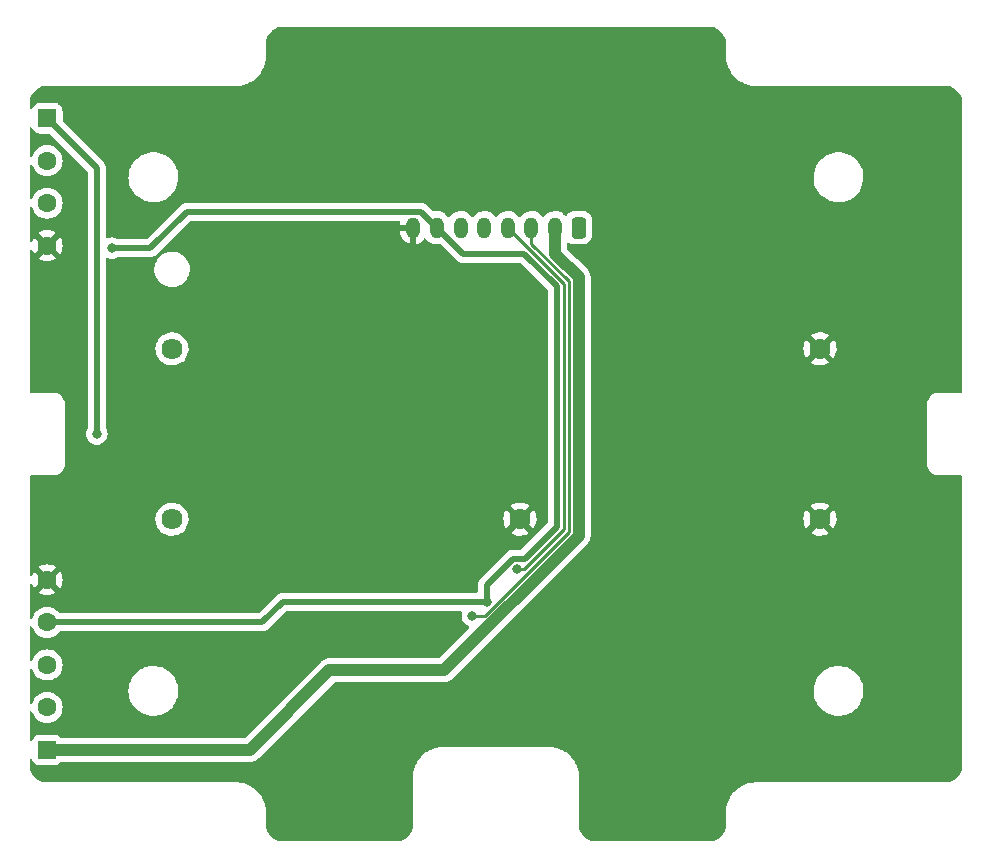
<source format=gbr>
%TF.GenerationSoftware,KiCad,Pcbnew,5.99.0-unknown-36d11f745e~142~ubuntu20.04.1*%
%TF.CreationDate,2021-10-28T09:48:46+02:00*%
%TF.ProjectId,Main_PCB_1,4d61696e-5f50-4434-925f-312e6b696361,rev?*%
%TF.SameCoordinates,Original*%
%TF.FileFunction,Copper,L2,Bot*%
%TF.FilePolarity,Positive*%
%FSLAX46Y46*%
G04 Gerber Fmt 4.6, Leading zero omitted, Abs format (unit mm)*
G04 Created by KiCad (PCBNEW 5.99.0-unknown-36d11f745e~142~ubuntu20.04.1) date 2021-10-28 09:48:46*
%MOMM*%
%LPD*%
G01*
G04 APERTURE LIST*
G04 Aperture macros list*
%AMRoundRect*
0 Rectangle with rounded corners*
0 $1 Rounding radius*
0 $2 $3 $4 $5 $6 $7 $8 $9 X,Y pos of 4 corners*
0 Add a 4 corners polygon primitive as box body*
4,1,4,$2,$3,$4,$5,$6,$7,$8,$9,$2,$3,0*
0 Add four circle primitives for the rounded corners*
1,1,$1+$1,$2,$3*
1,1,$1+$1,$4,$5*
1,1,$1+$1,$6,$7*
1,1,$1+$1,$8,$9*
0 Add four rect primitives between the rounded corners*
20,1,$1+$1,$2,$3,$4,$5,0*
20,1,$1+$1,$4,$5,$6,$7,0*
20,1,$1+$1,$6,$7,$8,$9,0*
20,1,$1+$1,$8,$9,$2,$3,0*%
G04 Aperture macros list end*
%TA.AperFunction,ComponentPad*%
%ADD10RoundRect,0.250000X0.550000X-0.550000X0.550000X0.550000X-0.550000X0.550000X-0.550000X-0.550000X0*%
%TD*%
%TA.AperFunction,ComponentPad*%
%ADD11C,1.600000*%
%TD*%
%TA.AperFunction,ComponentPad*%
%ADD12C,1.785000*%
%TD*%
%TA.AperFunction,ComponentPad*%
%ADD13RoundRect,0.250000X-0.550000X0.550000X-0.550000X-0.550000X0.550000X-0.550000X0.550000X0.550000X0*%
%TD*%
%TA.AperFunction,ComponentPad*%
%ADD14RoundRect,0.250000X0.350000X0.650000X-0.350000X0.650000X-0.350000X-0.650000X0.350000X-0.650000X0*%
%TD*%
%TA.AperFunction,ComponentPad*%
%ADD15O,1.200000X1.800000*%
%TD*%
%TA.AperFunction,ViaPad*%
%ADD16C,0.800000*%
%TD*%
%TA.AperFunction,Conductor*%
%ADD17C,0.250000*%
%TD*%
%TA.AperFunction,Conductor*%
%ADD18C,0.500000*%
%TD*%
%TA.AperFunction,Conductor*%
%ADD19C,1.000000*%
%TD*%
G04 APERTURE END LIST*
D10*
%TO.P,REF\u002A\u002A,1*%
%TO.N,/battery*%
X169500000Y-124750000D03*
D11*
%TO.P,REF\u002A\u002A,2*%
%TO.N,/IC2_MoistureSensor_SCL1*%
X169500000Y-121150000D03*
%TO.P,REF\u002A\u002A,3*%
%TO.N,/IC2_MoistureSensor_SDA1*%
X169500000Y-117550000D03*
%TO.P,REF\u002A\u002A,4*%
%TO.N,VCC*%
X169500000Y-113950000D03*
%TO.P,REF\u002A\u002A,5*%
%TO.N,GND*%
X169500000Y-110350000D03*
%TD*%
D12*
%TO.P,U3,1,1*%
%TO.N,Net-(F1-Pad2)*%
X180070000Y-90790000D03*
%TO.P,U3,2,2*%
%TO.N,Net-(F2-Pad2)*%
X180070000Y-105210000D03*
%TO.P,U3,3,3*%
%TO.N,GND*%
X234930000Y-105210000D03*
X209530000Y-105210000D03*
%TO.P,U3,4,4*%
X234930000Y-90790000D03*
%TD*%
D13*
%TO.P,REF\u002A\u002A,1*%
%TO.N,VBAT*%
X169500000Y-71250000D03*
D11*
%TO.P,REF\u002A\u002A,2*%
%TO.N,/LED*%
X169500000Y-74850000D03*
%TO.P,REF\u002A\u002A,3*%
%TO.N,VCC*%
X169500000Y-78450000D03*
%TO.P,REF\u002A\u002A,4*%
%TO.N,GND*%
X169500000Y-82050000D03*
%TD*%
D14*
%TO.P,J6,1,Pin_1*%
%TO.N,VBAT*%
X214500000Y-80532500D03*
D15*
%TO.P,J6,2,Pin_2*%
%TO.N,/battery*%
X212500000Y-80532500D03*
%TO.P,J6,3,Pin_3*%
%TO.N,/IC2_MoistureSensor_SDA1*%
X210500000Y-80532500D03*
%TO.P,J6,4,Pin_4*%
%TO.N,/IC2_MoistureSensor_SCL1*%
X208500000Y-80532500D03*
%TO.P,J6,5,Pin_5*%
%TO.N,/LED*%
X206500000Y-80532500D03*
%TO.P,J6,6,Pin_6*%
%TO.N,unconnected-(J6-Pad6)*%
X204500000Y-80532500D03*
%TO.P,J6,7,Pin_7*%
%TO.N,VCC*%
X202500000Y-80532500D03*
%TO.P,J6,8,Pin_8*%
%TO.N,GND*%
X200500000Y-80532500D03*
%TD*%
D16*
%TO.N,/IC2_MoistureSensor_SCL1*%
X209300000Y-109400000D03*
%TO.N,/IC2_MoistureSensor_SDA1*%
X205500000Y-113400000D03*
%TO.N,VCC*%
X206706454Y-112206454D03*
X175000000Y-82250000D03*
%TO.N,GND*%
X186300000Y-119600000D03*
X245500000Y-126000000D03*
X207500000Y-69925000D03*
X199000000Y-131000000D03*
X206700000Y-116800000D03*
X225500000Y-131000000D03*
X193434000Y-120296418D03*
X225500000Y-65000000D03*
X208600000Y-123700000D03*
X216000000Y-131000000D03*
X189500000Y-65000000D03*
X199500000Y-120500000D03*
X199000000Y-126000000D03*
X245500000Y-70000000D03*
X189500000Y-131000000D03*
%TO.N,VBAT*%
X173700000Y-98000000D03*
%TO.N,/battery*%
X202750000Y-118000000D03*
%TD*%
D17*
%TO.N,/IC2_MoistureSensor_SCL1*%
X209900000Y-109400000D02*
X213225960Y-106074040D01*
X213225960Y-106074040D02*
X213225960Y-85258460D01*
X213225960Y-85258460D02*
X208500000Y-80532500D01*
X209300000Y-109400000D02*
X209900000Y-109400000D01*
%TO.N,/IC2_MoistureSensor_SDA1*%
X213675480Y-106262026D02*
X213675480Y-85072262D01*
X210500000Y-81896782D02*
X210500000Y-80532500D01*
X205500000Y-113400000D02*
X206537506Y-113400000D01*
X206537506Y-113400000D02*
X213675480Y-106262026D01*
X213675480Y-85072262D02*
X210500000Y-81896782D01*
D18*
%TO.N,VCC*%
X212651440Y-105836066D02*
X212651440Y-85496434D01*
X209905006Y-82750000D02*
X204717500Y-82750000D01*
X206706454Y-112206454D02*
X206706454Y-110792155D01*
X208948120Y-108550489D02*
X209937017Y-108550489D01*
X209937017Y-108550489D02*
X212651440Y-105836066D01*
X206706454Y-112206454D02*
X189443546Y-112206454D01*
X181317020Y-79182980D02*
X201150480Y-79182980D01*
X175000000Y-82250000D02*
X178250000Y-82250000D01*
X187700000Y-113950000D02*
X169500000Y-113950000D01*
X212651440Y-85496434D02*
X209905006Y-82750000D01*
X206706454Y-110792155D02*
X208948120Y-108550489D01*
X178250000Y-82250000D02*
X181317020Y-79182980D01*
X189443546Y-112206454D02*
X187700000Y-113950000D01*
X204717500Y-82750000D02*
X202500000Y-80532500D01*
X201150480Y-79182980D02*
X202500000Y-80532500D01*
%TO.N,VBAT*%
X173700000Y-75450000D02*
X173700000Y-98000000D01*
X169500000Y-71250000D02*
X173700000Y-75450000D01*
D19*
%TO.N,/battery*%
X202750000Y-118000000D02*
X203103553Y-118000000D01*
X203103553Y-118000000D02*
X214500000Y-106603553D01*
X193400000Y-118000000D02*
X186650000Y-124750000D01*
X214500000Y-106603553D02*
X214500000Y-84730734D01*
X214500000Y-84730734D02*
X212500000Y-82730734D01*
X186650000Y-124750000D02*
X169500000Y-124750000D01*
X202750000Y-118000000D02*
X193400000Y-118000000D01*
X212500000Y-82730734D02*
X212500000Y-80532500D01*
%TD*%
%TA.AperFunction,Conductor*%
%TO.N,GND*%
G36*
X225470056Y-63509500D02*
G01*
X225472284Y-63509847D01*
X225484859Y-63511805D01*
X225484861Y-63511805D01*
X225493730Y-63513186D01*
X225502632Y-63512022D01*
X225502634Y-63512022D01*
X225508959Y-63511195D01*
X225534282Y-63510452D01*
X225698126Y-63522170D01*
X225703343Y-63522543D01*
X225721137Y-63525101D01*
X225911540Y-63566521D01*
X225928788Y-63571586D01*
X226111358Y-63639682D01*
X226127710Y-63647149D01*
X226193020Y-63682810D01*
X226298734Y-63740534D01*
X226313848Y-63750248D01*
X226423516Y-63832344D01*
X226469842Y-63867023D01*
X226483428Y-63878796D01*
X226621204Y-64016572D01*
X226632977Y-64030158D01*
X226749752Y-64186152D01*
X226759469Y-64201271D01*
X226852851Y-64372290D01*
X226860318Y-64388642D01*
X226928414Y-64571212D01*
X226933480Y-64588462D01*
X226974899Y-64778863D01*
X226977457Y-64796658D01*
X226989041Y-64958629D01*
X226988297Y-64976533D01*
X226988195Y-64984858D01*
X226986814Y-64993730D01*
X226987978Y-65002632D01*
X226987978Y-65002635D01*
X226990936Y-65025251D01*
X226992000Y-65041589D01*
X226992000Y-65946793D01*
X226990254Y-65967697D01*
X226986929Y-65987461D01*
X226986776Y-66000000D01*
X226987466Y-66004815D01*
X226987627Y-66007290D01*
X226988195Y-66012885D01*
X226989056Y-66027120D01*
X227005735Y-66302858D01*
X227060427Y-66601301D01*
X227150693Y-66890975D01*
X227152255Y-66894445D01*
X227152257Y-66894451D01*
X227212955Y-67029315D01*
X227275217Y-67167656D01*
X227277186Y-67170913D01*
X227277188Y-67170917D01*
X227389783Y-67357171D01*
X227432184Y-67427311D01*
X227434525Y-67430299D01*
X227434527Y-67430302D01*
X227481345Y-67490060D01*
X227619304Y-67666152D01*
X227833848Y-67880696D01*
X228072689Y-68067816D01*
X228075943Y-68069783D01*
X228329083Y-68222812D01*
X228329087Y-68222814D01*
X228332344Y-68224783D01*
X228470684Y-68287045D01*
X228605549Y-68347743D01*
X228605555Y-68347745D01*
X228609025Y-68349307D01*
X228898699Y-68439573D01*
X229197142Y-68494265D01*
X229200933Y-68494494D01*
X229200939Y-68494495D01*
X229378995Y-68505264D01*
X229469213Y-68510721D01*
X229482517Y-68512239D01*
X229487461Y-68513071D01*
X229493938Y-68513150D01*
X229495141Y-68513165D01*
X229495145Y-68513165D01*
X229500000Y-68513224D01*
X229527588Y-68509273D01*
X229545451Y-68508000D01*
X245450672Y-68508000D01*
X245470056Y-68509500D01*
X245471637Y-68509746D01*
X245484859Y-68511805D01*
X245484861Y-68511805D01*
X245493730Y-68513186D01*
X245502632Y-68512022D01*
X245502634Y-68512022D01*
X245508959Y-68511195D01*
X245534282Y-68510452D01*
X245698126Y-68522170D01*
X245703343Y-68522543D01*
X245721137Y-68525101D01*
X245911540Y-68566521D01*
X245928788Y-68571586D01*
X246111358Y-68639682D01*
X246127710Y-68647149D01*
X246193020Y-68682810D01*
X246298734Y-68740534D01*
X246313848Y-68750248D01*
X246423516Y-68832344D01*
X246469842Y-68867023D01*
X246483428Y-68878796D01*
X246621204Y-69016572D01*
X246632977Y-69030158D01*
X246749752Y-69186152D01*
X246759469Y-69201271D01*
X246852851Y-69372290D01*
X246860318Y-69388642D01*
X246928414Y-69571212D01*
X246933480Y-69588462D01*
X246974899Y-69778863D01*
X246977457Y-69796658D01*
X246989041Y-69958629D01*
X246988297Y-69976533D01*
X246988195Y-69984858D01*
X246986814Y-69993730D01*
X246987978Y-70002632D01*
X246987978Y-70002635D01*
X246990936Y-70025251D01*
X246992000Y-70041589D01*
X246992000Y-94366000D01*
X246971998Y-94434121D01*
X246918342Y-94480614D01*
X246866000Y-94492000D01*
X245053206Y-94492000D01*
X245032302Y-94490254D01*
X245026435Y-94489267D01*
X245012538Y-94486929D01*
X245006180Y-94486851D01*
X245004857Y-94486835D01*
X245004853Y-94486835D01*
X244999999Y-94486776D01*
X244995192Y-94487465D01*
X244995185Y-94487465D01*
X244978780Y-94489815D01*
X244971898Y-94490609D01*
X244938005Y-94493574D01*
X244824293Y-94503523D01*
X244818979Y-94504947D01*
X244818978Y-94504947D01*
X244659237Y-94547749D01*
X244659235Y-94547750D01*
X244653927Y-94549172D01*
X244648947Y-94551494D01*
X244648945Y-94551495D01*
X244499056Y-94621390D01*
X244499053Y-94621392D01*
X244494075Y-94623713D01*
X244349596Y-94724878D01*
X244224878Y-94849596D01*
X244123713Y-94994075D01*
X244049172Y-95153927D01*
X244003523Y-95324293D01*
X244003044Y-95329773D01*
X244003042Y-95329785D01*
X243992194Y-95453768D01*
X243990928Y-95463691D01*
X243986929Y-95487460D01*
X243986776Y-95499999D01*
X243988565Y-95512491D01*
X243990727Y-95527587D01*
X243992000Y-95545450D01*
X243992000Y-100446794D01*
X243990254Y-100467698D01*
X243986929Y-100487462D01*
X243986776Y-100500001D01*
X243987465Y-100504808D01*
X243987465Y-100504815D01*
X243989815Y-100521220D01*
X243990609Y-100528102D01*
X243993574Y-100561995D01*
X244003523Y-100675707D01*
X244049172Y-100846073D01*
X244123713Y-101005925D01*
X244224878Y-101150404D01*
X244349596Y-101275122D01*
X244494075Y-101376287D01*
X244499053Y-101378608D01*
X244499056Y-101378610D01*
X244648945Y-101448505D01*
X244653927Y-101450828D01*
X244659235Y-101452250D01*
X244659237Y-101452251D01*
X244818978Y-101495053D01*
X244818979Y-101495053D01*
X244824293Y-101496477D01*
X244829779Y-101496957D01*
X244829785Y-101496958D01*
X244953768Y-101507806D01*
X244963691Y-101509072D01*
X244982667Y-101512265D01*
X244982672Y-101512265D01*
X244987460Y-101513071D01*
X244993759Y-101513148D01*
X244995140Y-101513165D01*
X244995144Y-101513165D01*
X244999999Y-101513224D01*
X245027587Y-101509273D01*
X245045450Y-101508000D01*
X246866000Y-101508000D01*
X246934121Y-101528002D01*
X246980614Y-101581658D01*
X246992000Y-101634000D01*
X246992000Y-125950672D01*
X246990500Y-125970056D01*
X246986814Y-125993730D01*
X246987978Y-126002632D01*
X246987978Y-126002634D01*
X246988805Y-126008959D01*
X246989548Y-126034282D01*
X246978171Y-126193364D01*
X246977457Y-126203343D01*
X246974899Y-126221137D01*
X246933480Y-126411538D01*
X246928414Y-126428788D01*
X246860318Y-126611358D01*
X246852851Y-126627710D01*
X246765510Y-126787666D01*
X246759469Y-126798729D01*
X246749752Y-126813848D01*
X246692016Y-126890975D01*
X246632977Y-126969842D01*
X246621204Y-126983428D01*
X246483428Y-127121204D01*
X246469841Y-127132977D01*
X246313848Y-127249752D01*
X246298734Y-127259466D01*
X246193020Y-127317190D01*
X246127710Y-127352851D01*
X246111358Y-127360318D01*
X245928788Y-127428414D01*
X245911540Y-127433479D01*
X245748022Y-127469051D01*
X245721137Y-127474899D01*
X245703342Y-127477457D01*
X245654443Y-127480954D01*
X245541369Y-127489041D01*
X245523467Y-127488297D01*
X245515142Y-127488195D01*
X245506270Y-127486814D01*
X245497368Y-127487978D01*
X245497365Y-127487978D01*
X245474749Y-127490936D01*
X245458411Y-127492000D01*
X229553207Y-127492000D01*
X229532303Y-127490254D01*
X229526507Y-127489279D01*
X229512539Y-127486929D01*
X229506211Y-127486852D01*
X229504859Y-127486835D01*
X229504855Y-127486835D01*
X229500000Y-127486776D01*
X229495185Y-127487466D01*
X229492710Y-127487627D01*
X229487115Y-127488195D01*
X229200938Y-127505505D01*
X229200932Y-127505506D01*
X229197142Y-127505735D01*
X228898699Y-127560427D01*
X228609025Y-127650693D01*
X228605555Y-127652255D01*
X228605549Y-127652257D01*
X228470684Y-127712955D01*
X228332344Y-127775217D01*
X228329087Y-127777186D01*
X228329083Y-127777188D01*
X228138330Y-127892503D01*
X228072689Y-127932184D01*
X227833848Y-128119304D01*
X227619304Y-128333848D01*
X227607193Y-128349307D01*
X227480416Y-128511126D01*
X227432184Y-128572689D01*
X227430217Y-128575943D01*
X227328110Y-128744849D01*
X227275217Y-128832344D01*
X227273653Y-128835820D01*
X227189434Y-129022947D01*
X227150693Y-129109025D01*
X227060427Y-129398699D01*
X227005735Y-129697142D01*
X227005506Y-129700933D01*
X227005505Y-129700939D01*
X226989279Y-129969210D01*
X226987761Y-129982517D01*
X226986929Y-129987461D01*
X226986776Y-130000000D01*
X226987466Y-130004815D01*
X226990727Y-130027588D01*
X226992000Y-130045451D01*
X226992000Y-130950672D01*
X226990500Y-130970056D01*
X226986814Y-130993730D01*
X226987978Y-131002632D01*
X226987978Y-131002634D01*
X226988805Y-131008959D01*
X226989548Y-131034287D01*
X226977457Y-131203343D01*
X226974899Y-131221137D01*
X226933480Y-131411538D01*
X226928414Y-131428788D01*
X226860318Y-131611358D01*
X226852851Y-131627710D01*
X226759469Y-131798729D01*
X226749752Y-131813848D01*
X226692016Y-131890975D01*
X226632977Y-131969842D01*
X226621204Y-131983428D01*
X226483428Y-132121204D01*
X226469841Y-132132977D01*
X226313848Y-132249752D01*
X226298734Y-132259466D01*
X226193020Y-132317190D01*
X226127710Y-132352851D01*
X226111358Y-132360318D01*
X225928788Y-132428414D01*
X225911540Y-132433479D01*
X225748022Y-132469051D01*
X225721137Y-132474899D01*
X225703342Y-132477457D01*
X225654443Y-132480954D01*
X225541369Y-132489041D01*
X225523467Y-132488297D01*
X225515142Y-132488195D01*
X225506270Y-132486814D01*
X225497368Y-132487978D01*
X225497365Y-132487978D01*
X225474749Y-132490936D01*
X225458411Y-132492000D01*
X216049328Y-132492000D01*
X216029943Y-132490500D01*
X216029661Y-132490456D01*
X216027117Y-132490060D01*
X216015141Y-132488195D01*
X216015139Y-132488195D01*
X216006270Y-132486814D01*
X215997368Y-132487978D01*
X215997366Y-132487978D01*
X215991041Y-132488805D01*
X215965718Y-132489548D01*
X215796657Y-132477457D01*
X215778863Y-132474899D01*
X215751978Y-132469051D01*
X215588460Y-132433479D01*
X215571212Y-132428414D01*
X215388642Y-132360318D01*
X215372290Y-132352851D01*
X215306980Y-132317190D01*
X215201266Y-132259466D01*
X215186152Y-132249752D01*
X215030159Y-132132977D01*
X215016572Y-132121204D01*
X214878796Y-131983428D01*
X214867023Y-131969842D01*
X214807984Y-131890975D01*
X214750248Y-131813848D01*
X214740531Y-131798729D01*
X214647149Y-131627710D01*
X214639682Y-131611358D01*
X214571586Y-131428788D01*
X214566520Y-131411538D01*
X214525101Y-131221137D01*
X214522543Y-131203342D01*
X214510959Y-131041371D01*
X214511703Y-131023467D01*
X214511805Y-131015142D01*
X214513186Y-131006270D01*
X214511547Y-130993730D01*
X214509064Y-130974749D01*
X214508000Y-130958411D01*
X214508000Y-127053207D01*
X214509746Y-127032303D01*
X214512264Y-127017335D01*
X214513071Y-127012539D01*
X214513224Y-127000000D01*
X214512534Y-126995185D01*
X214512373Y-126992710D01*
X214511805Y-126987115D01*
X214494495Y-126700938D01*
X214494494Y-126700932D01*
X214494265Y-126697142D01*
X214439573Y-126398699D01*
X214384243Y-126221137D01*
X214350440Y-126112661D01*
X214349307Y-126109025D01*
X214318859Y-126041371D01*
X214256282Y-125902332D01*
X214224783Y-125832344D01*
X214192851Y-125779521D01*
X214080507Y-125593683D01*
X214067816Y-125572689D01*
X214038521Y-125535296D01*
X213952076Y-125424958D01*
X213880696Y-125333848D01*
X213666152Y-125119304D01*
X213427311Y-124932184D01*
X213361670Y-124892503D01*
X213170917Y-124777188D01*
X213170913Y-124777186D01*
X213167656Y-124775217D01*
X213029315Y-124712955D01*
X212894451Y-124652257D01*
X212894445Y-124652255D01*
X212890975Y-124650693D01*
X212601301Y-124560427D01*
X212302858Y-124505735D01*
X212299067Y-124505506D01*
X212299061Y-124505505D01*
X212121005Y-124494736D01*
X212030787Y-124489279D01*
X212017483Y-124487761D01*
X212017340Y-124487737D01*
X212017341Y-124487737D01*
X212012539Y-124486929D01*
X212006062Y-124486850D01*
X212004859Y-124486835D01*
X212004855Y-124486835D01*
X212000000Y-124486776D01*
X211975715Y-124490254D01*
X211972412Y-124490727D01*
X211954549Y-124492000D01*
X203053207Y-124492000D01*
X203032303Y-124490254D01*
X203024100Y-124488874D01*
X203012539Y-124486929D01*
X203006211Y-124486852D01*
X203004859Y-124486835D01*
X203004855Y-124486835D01*
X203000000Y-124486776D01*
X202995185Y-124487466D01*
X202992710Y-124487627D01*
X202987115Y-124488195D01*
X202700938Y-124505505D01*
X202700932Y-124505506D01*
X202697142Y-124505735D01*
X202398699Y-124560427D01*
X202109025Y-124650693D01*
X202105555Y-124652255D01*
X202105549Y-124652257D01*
X201970685Y-124712955D01*
X201832344Y-124775217D01*
X201829087Y-124777186D01*
X201829083Y-124777188D01*
X201638330Y-124892503D01*
X201572689Y-124932184D01*
X201333848Y-125119304D01*
X201119304Y-125333848D01*
X201047924Y-125424958D01*
X200961480Y-125535296D01*
X200932184Y-125572689D01*
X200919493Y-125593683D01*
X200807150Y-125779521D01*
X200775217Y-125832344D01*
X200743718Y-125902332D01*
X200681142Y-126041371D01*
X200650693Y-126109025D01*
X200649560Y-126112661D01*
X200615758Y-126221137D01*
X200560427Y-126398699D01*
X200505735Y-126697142D01*
X200505506Y-126700933D01*
X200505505Y-126700939D01*
X200489279Y-126969210D01*
X200487761Y-126982517D01*
X200486929Y-126987461D01*
X200486776Y-127000000D01*
X200487466Y-127004815D01*
X200490727Y-127027588D01*
X200492000Y-127045451D01*
X200492000Y-130950672D01*
X200490500Y-130970056D01*
X200486814Y-130993730D01*
X200487978Y-131002632D01*
X200487978Y-131002634D01*
X200488805Y-131008959D01*
X200489548Y-131034287D01*
X200477457Y-131203343D01*
X200474899Y-131221137D01*
X200433480Y-131411538D01*
X200428414Y-131428788D01*
X200360318Y-131611358D01*
X200352851Y-131627710D01*
X200259469Y-131798729D01*
X200249752Y-131813848D01*
X200192016Y-131890975D01*
X200132977Y-131969842D01*
X200121204Y-131983428D01*
X199983428Y-132121204D01*
X199969841Y-132132977D01*
X199813848Y-132249752D01*
X199798734Y-132259466D01*
X199693020Y-132317190D01*
X199627710Y-132352851D01*
X199611358Y-132360318D01*
X199428788Y-132428414D01*
X199411540Y-132433479D01*
X199248022Y-132469051D01*
X199221137Y-132474899D01*
X199203342Y-132477457D01*
X199154443Y-132480954D01*
X199041369Y-132489041D01*
X199023467Y-132488297D01*
X199015142Y-132488195D01*
X199006270Y-132486814D01*
X198997368Y-132487978D01*
X198997365Y-132487978D01*
X198974749Y-132490936D01*
X198958411Y-132492000D01*
X189549328Y-132492000D01*
X189529943Y-132490500D01*
X189529661Y-132490456D01*
X189527117Y-132490060D01*
X189515141Y-132488195D01*
X189515139Y-132488195D01*
X189506270Y-132486814D01*
X189497368Y-132487978D01*
X189497366Y-132487978D01*
X189491041Y-132488805D01*
X189465718Y-132489548D01*
X189296657Y-132477457D01*
X189278863Y-132474899D01*
X189251978Y-132469051D01*
X189088460Y-132433479D01*
X189071212Y-132428414D01*
X188888642Y-132360318D01*
X188872290Y-132352851D01*
X188806980Y-132317190D01*
X188701266Y-132259466D01*
X188686152Y-132249752D01*
X188530159Y-132132977D01*
X188516572Y-132121204D01*
X188378796Y-131983428D01*
X188367023Y-131969842D01*
X188307984Y-131890975D01*
X188250248Y-131813848D01*
X188240531Y-131798729D01*
X188147149Y-131627710D01*
X188139682Y-131611358D01*
X188071586Y-131428788D01*
X188066520Y-131411538D01*
X188025101Y-131221137D01*
X188022543Y-131203342D01*
X188010959Y-131041371D01*
X188011703Y-131023467D01*
X188011805Y-131015142D01*
X188013186Y-131006270D01*
X188011547Y-130993730D01*
X188009064Y-130974749D01*
X188008000Y-130958411D01*
X188008000Y-130053207D01*
X188009746Y-130032303D01*
X188012264Y-130017335D01*
X188013071Y-130012539D01*
X188013224Y-130000000D01*
X188012534Y-129995185D01*
X188012373Y-129992710D01*
X188011805Y-129987115D01*
X187994495Y-129700938D01*
X187994494Y-129700932D01*
X187994265Y-129697142D01*
X187939573Y-129398699D01*
X187849307Y-129109025D01*
X187810567Y-129022947D01*
X187726347Y-128835820D01*
X187724783Y-128832344D01*
X187671891Y-128744849D01*
X187569783Y-128575943D01*
X187567816Y-128572689D01*
X187519585Y-128511126D01*
X187392807Y-128349307D01*
X187380696Y-128333848D01*
X187166152Y-128119304D01*
X186927311Y-127932184D01*
X186861670Y-127892503D01*
X186670917Y-127777188D01*
X186670913Y-127777186D01*
X186667656Y-127775217D01*
X186529316Y-127712955D01*
X186394451Y-127652257D01*
X186394445Y-127652255D01*
X186390975Y-127650693D01*
X186101301Y-127560427D01*
X185802858Y-127505735D01*
X185799067Y-127505506D01*
X185799061Y-127505505D01*
X185621005Y-127494736D01*
X185530787Y-127489279D01*
X185517483Y-127487761D01*
X185517340Y-127487737D01*
X185517341Y-127487737D01*
X185512539Y-127486929D01*
X185506062Y-127486850D01*
X185504859Y-127486835D01*
X185504855Y-127486835D01*
X185500000Y-127486776D01*
X185473997Y-127490500D01*
X185472412Y-127490727D01*
X185454549Y-127492000D01*
X169549328Y-127492000D01*
X169529943Y-127490500D01*
X169529661Y-127490456D01*
X169527117Y-127490060D01*
X169515141Y-127488195D01*
X169515139Y-127488195D01*
X169506270Y-127486814D01*
X169497368Y-127487978D01*
X169497366Y-127487978D01*
X169491041Y-127488805D01*
X169465718Y-127489548D01*
X169296657Y-127477457D01*
X169278863Y-127474899D01*
X169251978Y-127469051D01*
X169088460Y-127433479D01*
X169071212Y-127428414D01*
X168888642Y-127360318D01*
X168872290Y-127352851D01*
X168806980Y-127317190D01*
X168701266Y-127259466D01*
X168686152Y-127249752D01*
X168530159Y-127132977D01*
X168516572Y-127121204D01*
X168378796Y-126983428D01*
X168367023Y-126969842D01*
X168307984Y-126890975D01*
X168250248Y-126813848D01*
X168240531Y-126798729D01*
X168234491Y-126787666D01*
X168147149Y-126627710D01*
X168139682Y-126611358D01*
X168071586Y-126428788D01*
X168066520Y-126411538D01*
X168025101Y-126221137D01*
X168022543Y-126203342D01*
X168010959Y-126041371D01*
X168011703Y-126023467D01*
X168011805Y-126015142D01*
X168013186Y-126006270D01*
X168011637Y-125994419D01*
X168009064Y-125974749D01*
X168008000Y-125958411D01*
X168008000Y-125649057D01*
X168028002Y-125580936D01*
X168081658Y-125534443D01*
X168151932Y-125524339D01*
X168216512Y-125553833D01*
X168253524Y-125609181D01*
X168258450Y-125623946D01*
X168351522Y-125774348D01*
X168476697Y-125899305D01*
X168482927Y-125903145D01*
X168482928Y-125903146D01*
X168620090Y-125987694D01*
X168627262Y-125992115D01*
X168688839Y-126012539D01*
X168788611Y-126045632D01*
X168788613Y-126045632D01*
X168795139Y-126047797D01*
X168801975Y-126048497D01*
X168801978Y-126048498D01*
X168845031Y-126052909D01*
X168899600Y-126058500D01*
X170100400Y-126058500D01*
X170103646Y-126058163D01*
X170103650Y-126058163D01*
X170199308Y-126048238D01*
X170199312Y-126048237D01*
X170206166Y-126047526D01*
X170212702Y-126045345D01*
X170212704Y-126045345D01*
X170356516Y-125997365D01*
X170373946Y-125991550D01*
X170524348Y-125898478D01*
X170627164Y-125795482D01*
X170689448Y-125761403D01*
X170716338Y-125758500D01*
X186588157Y-125758500D01*
X186601764Y-125759237D01*
X186633262Y-125762659D01*
X186633267Y-125762659D01*
X186639388Y-125763324D01*
X186665638Y-125761027D01*
X186689388Y-125758950D01*
X186694214Y-125758621D01*
X186696686Y-125758500D01*
X186699769Y-125758500D01*
X186711738Y-125757326D01*
X186742506Y-125754310D01*
X186743819Y-125754188D01*
X186788084Y-125750315D01*
X186836413Y-125746087D01*
X186841532Y-125744600D01*
X186846833Y-125744080D01*
X186935834Y-125717209D01*
X186936967Y-125716874D01*
X187020414Y-125692630D01*
X187020418Y-125692628D01*
X187026336Y-125690909D01*
X187031068Y-125688456D01*
X187036169Y-125686916D01*
X187041612Y-125684022D01*
X187118260Y-125643269D01*
X187119426Y-125642657D01*
X187196453Y-125602729D01*
X187201926Y-125599892D01*
X187206089Y-125596569D01*
X187210796Y-125594066D01*
X187282918Y-125535245D01*
X187283774Y-125534554D01*
X187322973Y-125503262D01*
X187325477Y-125500758D01*
X187326195Y-125500116D01*
X187330528Y-125496415D01*
X187364062Y-125469065D01*
X187393288Y-125433737D01*
X187401277Y-125424958D01*
X193098366Y-119727869D01*
X234386689Y-119727869D01*
X234403238Y-120014883D01*
X234404063Y-120019088D01*
X234404064Y-120019096D01*
X234427911Y-120140643D01*
X234458586Y-120296995D01*
X234459973Y-120301045D01*
X234459974Y-120301050D01*
X234524236Y-120488743D01*
X234551710Y-120568986D01*
X234553637Y-120572817D01*
X234655890Y-120776124D01*
X234680885Y-120825822D01*
X234843721Y-121062750D01*
X235037206Y-121275388D01*
X235040501Y-121278143D01*
X235040502Y-121278144D01*
X235091258Y-121320582D01*
X235257759Y-121459798D01*
X235501298Y-121612571D01*
X235763318Y-121730877D01*
X235767437Y-121732097D01*
X236034857Y-121811311D01*
X236034862Y-121811312D01*
X236038970Y-121812529D01*
X236043204Y-121813177D01*
X236043209Y-121813178D01*
X236291811Y-121851219D01*
X236323153Y-121856015D01*
X236469485Y-121858314D01*
X236606317Y-121860464D01*
X236606323Y-121860464D01*
X236610608Y-121860531D01*
X236614860Y-121860016D01*
X236614868Y-121860016D01*
X236891756Y-121826508D01*
X236891761Y-121826507D01*
X236896017Y-121825992D01*
X237174097Y-121753039D01*
X237439704Y-121643021D01*
X237687922Y-121497974D01*
X237914159Y-121320582D01*
X237955285Y-121278144D01*
X238074159Y-121155475D01*
X238114227Y-121114128D01*
X238116760Y-121110680D01*
X238116764Y-121110675D01*
X238281887Y-120885886D01*
X238284425Y-120882431D01*
X238342145Y-120776124D01*
X238419554Y-120633555D01*
X238419555Y-120633553D01*
X238421604Y-120629779D01*
X238523225Y-120360848D01*
X238549279Y-120247091D01*
X238586449Y-120084797D01*
X238586450Y-120084793D01*
X238587407Y-120080613D01*
X238593696Y-120010151D01*
X238612743Y-119796726D01*
X238612743Y-119796724D01*
X238612963Y-119794260D01*
X238613427Y-119750000D01*
X238593873Y-119463175D01*
X238589336Y-119441264D01*
X238536443Y-119185855D01*
X238535574Y-119181658D01*
X238439607Y-118910657D01*
X238307750Y-118655188D01*
X238294488Y-118636317D01*
X238144904Y-118423482D01*
X238142441Y-118419977D01*
X237946740Y-118209378D01*
X237724268Y-118027287D01*
X237479142Y-117877073D01*
X237461048Y-117869130D01*
X237219830Y-117763243D01*
X237215898Y-117761517D01*
X237189963Y-117754129D01*
X236943534Y-117683932D01*
X236943535Y-117683932D01*
X236939406Y-117682756D01*
X236726704Y-117652485D01*
X236659036Y-117642854D01*
X236659034Y-117642854D01*
X236654784Y-117642249D01*
X236650495Y-117642227D01*
X236650488Y-117642226D01*
X236371583Y-117640765D01*
X236371576Y-117640765D01*
X236367297Y-117640743D01*
X236363053Y-117641302D01*
X236363049Y-117641302D01*
X236237660Y-117657810D01*
X236082266Y-117678268D01*
X236078126Y-117679401D01*
X236078124Y-117679401D01*
X236001311Y-117700415D01*
X235804964Y-117754129D01*
X235801016Y-117755813D01*
X235544476Y-117865237D01*
X235544472Y-117865239D01*
X235540524Y-117866923D01*
X235486466Y-117899276D01*
X235297521Y-118012357D01*
X235297517Y-118012360D01*
X235293839Y-118014561D01*
X235069472Y-118194313D01*
X234952372Y-118317711D01*
X234879692Y-118394300D01*
X234871577Y-118402851D01*
X234703814Y-118636317D01*
X234569288Y-118890392D01*
X234470489Y-119160373D01*
X234409245Y-119441264D01*
X234386689Y-119727869D01*
X193098366Y-119727869D01*
X193780830Y-119045405D01*
X193843142Y-119011379D01*
X193869925Y-119008500D01*
X203041710Y-119008500D01*
X203055317Y-119009237D01*
X203086815Y-119012659D01*
X203086820Y-119012659D01*
X203092941Y-119013324D01*
X203119191Y-119011027D01*
X203142941Y-119008950D01*
X203147767Y-119008621D01*
X203150239Y-119008500D01*
X203153322Y-119008500D01*
X203165291Y-119007326D01*
X203196059Y-119004310D01*
X203197372Y-119004188D01*
X203241637Y-119000315D01*
X203289966Y-118996087D01*
X203295085Y-118994600D01*
X203300386Y-118994080D01*
X203389387Y-118967209D01*
X203390520Y-118966874D01*
X203473967Y-118942630D01*
X203473971Y-118942628D01*
X203479889Y-118940909D01*
X203484621Y-118938456D01*
X203489722Y-118936916D01*
X203531509Y-118914698D01*
X203571813Y-118893269D01*
X203572979Y-118892657D01*
X203650006Y-118852729D01*
X203655479Y-118849892D01*
X203659642Y-118846569D01*
X203664349Y-118844066D01*
X203736471Y-118785245D01*
X203737327Y-118784554D01*
X203776526Y-118753262D01*
X203779030Y-118750758D01*
X203779748Y-118750116D01*
X203784081Y-118746415D01*
X203817615Y-118719065D01*
X203846841Y-118683737D01*
X203854830Y-118674958D01*
X215169379Y-107360408D01*
X215179522Y-107351306D01*
X215204218Y-107331450D01*
X215209025Y-107327585D01*
X215241292Y-107289131D01*
X215244472Y-107285484D01*
X215246115Y-107283672D01*
X215248309Y-107281478D01*
X215275642Y-107248204D01*
X215276348Y-107247353D01*
X215332195Y-107180797D01*
X215336154Y-107176079D01*
X215338722Y-107171409D01*
X215342103Y-107167292D01*
X215385977Y-107085467D01*
X215386606Y-107084308D01*
X215428462Y-107008172D01*
X215428465Y-107008164D01*
X215431433Y-107002766D01*
X215433045Y-106997684D01*
X215435562Y-106992990D01*
X215462747Y-106904076D01*
X215463139Y-106902818D01*
X215489372Y-106820120D01*
X215491235Y-106814247D01*
X215491829Y-106808956D01*
X215493388Y-106803855D01*
X215502790Y-106711290D01*
X215502925Y-106710023D01*
X215508108Y-106663823D01*
X215508108Y-106663818D01*
X215508500Y-106660326D01*
X215508500Y-106656801D01*
X215508555Y-106655816D01*
X215509004Y-106650112D01*
X215512752Y-106613219D01*
X215512752Y-106613214D01*
X215513374Y-106607091D01*
X215509059Y-106561444D01*
X215508500Y-106549586D01*
X215508500Y-106365924D01*
X234138906Y-106365924D01*
X234144187Y-106372978D01*
X234318329Y-106474738D01*
X234327616Y-106479188D01*
X234533103Y-106557656D01*
X234543001Y-106560532D01*
X234758545Y-106604384D01*
X234768774Y-106605603D01*
X234988585Y-106613664D01*
X234998871Y-106613197D01*
X235217047Y-106585248D01*
X235227133Y-106583105D01*
X235437811Y-106519898D01*
X235447406Y-106516137D01*
X235644925Y-106419374D01*
X235653783Y-106414094D01*
X235709720Y-106374194D01*
X235718120Y-106363496D01*
X235711132Y-106350342D01*
X234942812Y-105582022D01*
X234928868Y-105574408D01*
X234927035Y-105574539D01*
X234920420Y-105578790D01*
X234145666Y-106353544D01*
X234138906Y-106365924D01*
X215508500Y-106365924D01*
X215508500Y-105180821D01*
X233525416Y-105180821D01*
X233538078Y-105400411D01*
X233539514Y-105410632D01*
X233587870Y-105625200D01*
X233590949Y-105635028D01*
X233673702Y-105838823D01*
X233678355Y-105848034D01*
X233765552Y-105990325D01*
X233776010Y-105999787D01*
X233784786Y-105996004D01*
X234557978Y-105222812D01*
X234564356Y-105211132D01*
X235294408Y-105211132D01*
X235294539Y-105212965D01*
X235298790Y-105219580D01*
X236070928Y-105991718D01*
X236082938Y-105998276D01*
X236094678Y-105989308D01*
X236131558Y-105937984D01*
X236136868Y-105929147D01*
X236234321Y-105731966D01*
X236238120Y-105722371D01*
X236302059Y-105511927D01*
X236304238Y-105501846D01*
X236333185Y-105281971D01*
X236333704Y-105275296D01*
X236335218Y-105213364D01*
X236335024Y-105206646D01*
X236316854Y-104985639D01*
X236315169Y-104975459D01*
X236261585Y-104762132D01*
X236258265Y-104752381D01*
X236170556Y-104550661D01*
X236165690Y-104541586D01*
X236093800Y-104430463D01*
X236083113Y-104421259D01*
X236073548Y-104425662D01*
X235302022Y-105197188D01*
X235294408Y-105211132D01*
X234564356Y-105211132D01*
X234565592Y-105208868D01*
X234565461Y-105207035D01*
X234561210Y-105200420D01*
X233789264Y-104428474D01*
X233777728Y-104422174D01*
X233765445Y-104431797D01*
X233711011Y-104511594D01*
X233705923Y-104520550D01*
X233613315Y-104720057D01*
X233609752Y-104729744D01*
X233550974Y-104941689D01*
X233549043Y-104951810D01*
X233525667Y-105170533D01*
X233525416Y-105180821D01*
X215508500Y-105180821D01*
X215508500Y-104056069D01*
X234140865Y-104056069D01*
X234147609Y-104068399D01*
X234917188Y-104837978D01*
X234931132Y-104845592D01*
X234932965Y-104845461D01*
X234939580Y-104841210D01*
X235713650Y-104067140D01*
X235720670Y-104054284D01*
X235712896Y-104043615D01*
X235711736Y-104042698D01*
X235703160Y-104037000D01*
X235510589Y-103930695D01*
X235501192Y-103926472D01*
X235293853Y-103853049D01*
X235283882Y-103850415D01*
X235067340Y-103811844D01*
X235057086Y-103810874D01*
X234837141Y-103808186D01*
X234826857Y-103808906D01*
X234609438Y-103842176D01*
X234599410Y-103844565D01*
X234390342Y-103912899D01*
X234380833Y-103916896D01*
X234185735Y-104018458D01*
X234177017Y-104023947D01*
X234149318Y-104044744D01*
X234140865Y-104056069D01*
X215508500Y-104056069D01*
X215508500Y-91945924D01*
X234138906Y-91945924D01*
X234144187Y-91952978D01*
X234318329Y-92054738D01*
X234327616Y-92059188D01*
X234533103Y-92137656D01*
X234543001Y-92140532D01*
X234758545Y-92184384D01*
X234768774Y-92185603D01*
X234988585Y-92193664D01*
X234998871Y-92193197D01*
X235217047Y-92165248D01*
X235227133Y-92163105D01*
X235437811Y-92099898D01*
X235447406Y-92096137D01*
X235644925Y-91999374D01*
X235653783Y-91994094D01*
X235709720Y-91954194D01*
X235718120Y-91943496D01*
X235711132Y-91930342D01*
X234942812Y-91162022D01*
X234928868Y-91154408D01*
X234927035Y-91154539D01*
X234920420Y-91158790D01*
X234145666Y-91933544D01*
X234138906Y-91945924D01*
X215508500Y-91945924D01*
X215508500Y-90760821D01*
X233525416Y-90760821D01*
X233538078Y-90980411D01*
X233539514Y-90990632D01*
X233587870Y-91205200D01*
X233590949Y-91215028D01*
X233673702Y-91418823D01*
X233678355Y-91428034D01*
X233765552Y-91570325D01*
X233776010Y-91579787D01*
X233784786Y-91576004D01*
X234557978Y-90802812D01*
X234564356Y-90791132D01*
X235294408Y-90791132D01*
X235294539Y-90792965D01*
X235298790Y-90799580D01*
X236070928Y-91571718D01*
X236082938Y-91578276D01*
X236094678Y-91569308D01*
X236131558Y-91517984D01*
X236136868Y-91509147D01*
X236234321Y-91311966D01*
X236238120Y-91302371D01*
X236302059Y-91091927D01*
X236304238Y-91081846D01*
X236333185Y-90861971D01*
X236333704Y-90855296D01*
X236335218Y-90793364D01*
X236335024Y-90786646D01*
X236316854Y-90565639D01*
X236315169Y-90555459D01*
X236261585Y-90342132D01*
X236258265Y-90332381D01*
X236170556Y-90130661D01*
X236165690Y-90121586D01*
X236093800Y-90010463D01*
X236083113Y-90001259D01*
X236073548Y-90005662D01*
X235302022Y-90777188D01*
X235294408Y-90791132D01*
X234564356Y-90791132D01*
X234565592Y-90788868D01*
X234565461Y-90787035D01*
X234561210Y-90780420D01*
X233789264Y-90008474D01*
X233777728Y-90002174D01*
X233765445Y-90011797D01*
X233711011Y-90091594D01*
X233705923Y-90100550D01*
X233613315Y-90300057D01*
X233609752Y-90309744D01*
X233550974Y-90521689D01*
X233549043Y-90531810D01*
X233525667Y-90750533D01*
X233525416Y-90760821D01*
X215508500Y-90760821D01*
X215508500Y-89636069D01*
X234140865Y-89636069D01*
X234147609Y-89648399D01*
X234917188Y-90417978D01*
X234931132Y-90425592D01*
X234932965Y-90425461D01*
X234939580Y-90421210D01*
X235713650Y-89647140D01*
X235720670Y-89634284D01*
X235712896Y-89623615D01*
X235711736Y-89622698D01*
X235703160Y-89617000D01*
X235510589Y-89510695D01*
X235501192Y-89506472D01*
X235293853Y-89433049D01*
X235283882Y-89430415D01*
X235067340Y-89391844D01*
X235057086Y-89390874D01*
X234837141Y-89388186D01*
X234826857Y-89388906D01*
X234609438Y-89422176D01*
X234599410Y-89424565D01*
X234390342Y-89492899D01*
X234380833Y-89496896D01*
X234185735Y-89598458D01*
X234177017Y-89603947D01*
X234149318Y-89624744D01*
X234140865Y-89636069D01*
X215508500Y-89636069D01*
X215508500Y-84792576D01*
X215509237Y-84778969D01*
X215512659Y-84747471D01*
X215512659Y-84747466D01*
X215513324Y-84741345D01*
X215508950Y-84691343D01*
X215508621Y-84686518D01*
X215508500Y-84684047D01*
X215508500Y-84680965D01*
X215504309Y-84638223D01*
X215504187Y-84636908D01*
X215496623Y-84550453D01*
X215496087Y-84544321D01*
X215494600Y-84539202D01*
X215494080Y-84533901D01*
X215467209Y-84444900D01*
X215466874Y-84443767D01*
X215442630Y-84360320D01*
X215442628Y-84360316D01*
X215440909Y-84354398D01*
X215438456Y-84349666D01*
X215436916Y-84344565D01*
X215393269Y-84262474D01*
X215392657Y-84261308D01*
X215352729Y-84184281D01*
X215349892Y-84178808D01*
X215346569Y-84174645D01*
X215344066Y-84169938D01*
X215285245Y-84097816D01*
X215284554Y-84096960D01*
X215253262Y-84057761D01*
X215250758Y-84055257D01*
X215250116Y-84054539D01*
X215246415Y-84050206D01*
X215219065Y-84016672D01*
X215183737Y-83987446D01*
X215174958Y-83979457D01*
X214379432Y-83183931D01*
X213545405Y-82349905D01*
X213511380Y-82287593D01*
X213508500Y-82260810D01*
X213508500Y-81903809D01*
X213528502Y-81835688D01*
X213582158Y-81789195D01*
X213652432Y-81779091D01*
X213700616Y-81796549D01*
X213820090Y-81870194D01*
X213827262Y-81874615D01*
X213882396Y-81892902D01*
X213988611Y-81928132D01*
X213988613Y-81928132D01*
X213995139Y-81930297D01*
X214001975Y-81930997D01*
X214001978Y-81930998D01*
X214040386Y-81934933D01*
X214099600Y-81941000D01*
X214900400Y-81941000D01*
X214903646Y-81940663D01*
X214903650Y-81940663D01*
X214999308Y-81930738D01*
X214999312Y-81930737D01*
X215006166Y-81930026D01*
X215012702Y-81927845D01*
X215012704Y-81927845D01*
X215163344Y-81877587D01*
X215173946Y-81874050D01*
X215324348Y-81780978D01*
X215449305Y-81655803D01*
X215542115Y-81505238D01*
X215577522Y-81398489D01*
X215595632Y-81343889D01*
X215595632Y-81343887D01*
X215597797Y-81337361D01*
X215608500Y-81232900D01*
X215608500Y-79832100D01*
X215601382Y-79763498D01*
X215598238Y-79733192D01*
X215598237Y-79733188D01*
X215597526Y-79726334D01*
X215541550Y-79558554D01*
X215448478Y-79408152D01*
X215323303Y-79283195D01*
X215220826Y-79220027D01*
X215178968Y-79194225D01*
X215178966Y-79194224D01*
X215172738Y-79190385D01*
X215012254Y-79137155D01*
X215011389Y-79136868D01*
X215011387Y-79136868D01*
X215004861Y-79134703D01*
X214998025Y-79134003D01*
X214998022Y-79134002D01*
X214954969Y-79129591D01*
X214900400Y-79124000D01*
X214099600Y-79124000D01*
X214096354Y-79124337D01*
X214096350Y-79124337D01*
X214000692Y-79134262D01*
X214000688Y-79134263D01*
X213993834Y-79134974D01*
X213987298Y-79137155D01*
X213987296Y-79137155D01*
X213864213Y-79178219D01*
X213826054Y-79190950D01*
X213675652Y-79284022D01*
X213550695Y-79409197D01*
X213546855Y-79415427D01*
X213546854Y-79415428D01*
X213518926Y-79460736D01*
X213466154Y-79508229D01*
X213396082Y-79519653D01*
X213330958Y-79491379D01*
X213312582Y-79472455D01*
X213306396Y-79464580D01*
X213301865Y-79460648D01*
X213301862Y-79460645D01*
X213151167Y-79329879D01*
X213146637Y-79325948D01*
X213141451Y-79322948D01*
X213141447Y-79322945D01*
X212968742Y-79223033D01*
X212963546Y-79220027D01*
X212763729Y-79150639D01*
X212757794Y-79149778D01*
X212757792Y-79149778D01*
X212560336Y-79121148D01*
X212560333Y-79121148D01*
X212554396Y-79120287D01*
X212343101Y-79130067D01*
X212211923Y-79161681D01*
X212143299Y-79178219D01*
X212143297Y-79178220D01*
X212137466Y-79179625D01*
X212132008Y-79182107D01*
X212132004Y-79182108D01*
X212016959Y-79234416D01*
X211944913Y-79267174D01*
X211772389Y-79389554D01*
X211626119Y-79542350D01*
X211622866Y-79547388D01*
X211605254Y-79574663D01*
X211551499Y-79621040D01*
X211481203Y-79630993D01*
X211416686Y-79601361D01*
X211400317Y-79584147D01*
X211381163Y-79559762D01*
X211306396Y-79464580D01*
X211301865Y-79460648D01*
X211301862Y-79460645D01*
X211151167Y-79329879D01*
X211146637Y-79325948D01*
X211141451Y-79322948D01*
X211141447Y-79322945D01*
X210968742Y-79223033D01*
X210963546Y-79220027D01*
X210763729Y-79150639D01*
X210757794Y-79149778D01*
X210757792Y-79149778D01*
X210560336Y-79121148D01*
X210560333Y-79121148D01*
X210554396Y-79120287D01*
X210343101Y-79130067D01*
X210211923Y-79161681D01*
X210143299Y-79178219D01*
X210143297Y-79178220D01*
X210137466Y-79179625D01*
X210132008Y-79182107D01*
X210132004Y-79182108D01*
X210016959Y-79234416D01*
X209944913Y-79267174D01*
X209772389Y-79389554D01*
X209626119Y-79542350D01*
X209622866Y-79547388D01*
X209605254Y-79574663D01*
X209551499Y-79621040D01*
X209481203Y-79630993D01*
X209416686Y-79601361D01*
X209400317Y-79584147D01*
X209381163Y-79559762D01*
X209306396Y-79464580D01*
X209301865Y-79460648D01*
X209301862Y-79460645D01*
X209151167Y-79329879D01*
X209146637Y-79325948D01*
X209141451Y-79322948D01*
X209141447Y-79322945D01*
X208968742Y-79223033D01*
X208963546Y-79220027D01*
X208763729Y-79150639D01*
X208757794Y-79149778D01*
X208757792Y-79149778D01*
X208560336Y-79121148D01*
X208560333Y-79121148D01*
X208554396Y-79120287D01*
X208343101Y-79130067D01*
X208211923Y-79161681D01*
X208143299Y-79178219D01*
X208143297Y-79178220D01*
X208137466Y-79179625D01*
X208132008Y-79182107D01*
X208132004Y-79182108D01*
X208016959Y-79234416D01*
X207944913Y-79267174D01*
X207772389Y-79389554D01*
X207626119Y-79542350D01*
X207622866Y-79547388D01*
X207605254Y-79574663D01*
X207551499Y-79621040D01*
X207481203Y-79630993D01*
X207416686Y-79601361D01*
X207400317Y-79584147D01*
X207381163Y-79559762D01*
X207306396Y-79464580D01*
X207301865Y-79460648D01*
X207301862Y-79460645D01*
X207151167Y-79329879D01*
X207146637Y-79325948D01*
X207141451Y-79322948D01*
X207141447Y-79322945D01*
X206968742Y-79223033D01*
X206963546Y-79220027D01*
X206763729Y-79150639D01*
X206757794Y-79149778D01*
X206757792Y-79149778D01*
X206560336Y-79121148D01*
X206560333Y-79121148D01*
X206554396Y-79120287D01*
X206343101Y-79130067D01*
X206211923Y-79161681D01*
X206143299Y-79178219D01*
X206143297Y-79178220D01*
X206137466Y-79179625D01*
X206132008Y-79182107D01*
X206132004Y-79182108D01*
X206016959Y-79234416D01*
X205944913Y-79267174D01*
X205772389Y-79389554D01*
X205626119Y-79542350D01*
X205622866Y-79547388D01*
X205605254Y-79574663D01*
X205551499Y-79621040D01*
X205481203Y-79630993D01*
X205416686Y-79601361D01*
X205400317Y-79584147D01*
X205381163Y-79559762D01*
X205306396Y-79464580D01*
X205301865Y-79460648D01*
X205301862Y-79460645D01*
X205151167Y-79329879D01*
X205146637Y-79325948D01*
X205141451Y-79322948D01*
X205141447Y-79322945D01*
X204968742Y-79223033D01*
X204963546Y-79220027D01*
X204763729Y-79150639D01*
X204757794Y-79149778D01*
X204757792Y-79149778D01*
X204560336Y-79121148D01*
X204560333Y-79121148D01*
X204554396Y-79120287D01*
X204343101Y-79130067D01*
X204211923Y-79161681D01*
X204143299Y-79178219D01*
X204143297Y-79178220D01*
X204137466Y-79179625D01*
X204132008Y-79182107D01*
X204132004Y-79182108D01*
X204016959Y-79234416D01*
X203944913Y-79267174D01*
X203772389Y-79389554D01*
X203626119Y-79542350D01*
X203622866Y-79547388D01*
X203605254Y-79574663D01*
X203551499Y-79621040D01*
X203481203Y-79630993D01*
X203416686Y-79601361D01*
X203400317Y-79584147D01*
X203381163Y-79559762D01*
X203306396Y-79464580D01*
X203301865Y-79460648D01*
X203301862Y-79460645D01*
X203151167Y-79329879D01*
X203146637Y-79325948D01*
X203141451Y-79322948D01*
X203141447Y-79322945D01*
X202968742Y-79223033D01*
X202963546Y-79220027D01*
X202763729Y-79150639D01*
X202757794Y-79149778D01*
X202757792Y-79149778D01*
X202560336Y-79121148D01*
X202560333Y-79121148D01*
X202554396Y-79120287D01*
X202343101Y-79130067D01*
X202272484Y-79147086D01*
X202201575Y-79143601D01*
X202153869Y-79113688D01*
X201734250Y-78694069D01*
X201721864Y-78679657D01*
X201713331Y-78668062D01*
X201713326Y-78668057D01*
X201708988Y-78662162D01*
X201703410Y-78657423D01*
X201703407Y-78657420D01*
X201668712Y-78627945D01*
X201661196Y-78621015D01*
X201655501Y-78615320D01*
X201649360Y-78610462D01*
X201633229Y-78597699D01*
X201629825Y-78594908D01*
X201579777Y-78552389D01*
X201579775Y-78552388D01*
X201574195Y-78547647D01*
X201567679Y-78544319D01*
X201562630Y-78540952D01*
X201557501Y-78537785D01*
X201551764Y-78533246D01*
X201485605Y-78502325D01*
X201481705Y-78500419D01*
X201416672Y-78467211D01*
X201409564Y-78465472D01*
X201403921Y-78463373D01*
X201398158Y-78461456D01*
X201391530Y-78458358D01*
X201377670Y-78455475D01*
X201320068Y-78443494D01*
X201315779Y-78442523D01*
X201281438Y-78434120D01*
X201244870Y-78425172D01*
X201239268Y-78424824D01*
X201239265Y-78424824D01*
X201233716Y-78424480D01*
X201233718Y-78424444D01*
X201229725Y-78424205D01*
X201225533Y-78423831D01*
X201218365Y-78422340D01*
X201154600Y-78424065D01*
X201140959Y-78424434D01*
X201137552Y-78424480D01*
X181384089Y-78424480D01*
X181365141Y-78423047D01*
X181357800Y-78421930D01*
X181350903Y-78420881D01*
X181350901Y-78420881D01*
X181343671Y-78419781D01*
X181336379Y-78420374D01*
X181336376Y-78420374D01*
X181291002Y-78424065D01*
X181280787Y-78424480D01*
X181272727Y-78424480D01*
X181259437Y-78426029D01*
X181244513Y-78427769D01*
X181240138Y-78428202D01*
X181174681Y-78433526D01*
X181174678Y-78433527D01*
X181167383Y-78434120D01*
X181160419Y-78436376D01*
X181154460Y-78437567D01*
X181148605Y-78438951D01*
X181141339Y-78439798D01*
X181072693Y-78464715D01*
X181068565Y-78466132D01*
X181006084Y-78486373D01*
X181006082Y-78486374D01*
X180999121Y-78488629D01*
X180992866Y-78492425D01*
X180987392Y-78494931D01*
X180981962Y-78497650D01*
X180975083Y-78500147D01*
X180914036Y-78540171D01*
X180910347Y-78542498D01*
X180901863Y-78547647D01*
X180852713Y-78577471D01*
X180852708Y-78577475D01*
X180847912Y-78580385D01*
X180839536Y-78587783D01*
X180839513Y-78587757D01*
X180836523Y-78590406D01*
X180833284Y-78593114D01*
X180827168Y-78597124D01*
X180822141Y-78602431D01*
X180822137Y-78602434D01*
X180773892Y-78653363D01*
X180771514Y-78655805D01*
X177972724Y-81454595D01*
X177910412Y-81488621D01*
X177883629Y-81491500D01*
X175542587Y-81491500D01*
X175468528Y-81467437D01*
X175462098Y-81462765D01*
X175462091Y-81462761D01*
X175456752Y-81458882D01*
X175450724Y-81456198D01*
X175450722Y-81456197D01*
X175288319Y-81383891D01*
X175288318Y-81383891D01*
X175282288Y-81381206D01*
X175188887Y-81361353D01*
X175101944Y-81342872D01*
X175101939Y-81342872D01*
X175095487Y-81341500D01*
X174904513Y-81341500D01*
X174898061Y-81342872D01*
X174898056Y-81342872D01*
X174811112Y-81361353D01*
X174717712Y-81381206D01*
X174711685Y-81383889D01*
X174711677Y-81383892D01*
X174635748Y-81417698D01*
X174565381Y-81427132D01*
X174501084Y-81397025D01*
X174463271Y-81336936D01*
X174458500Y-81302591D01*
X174458500Y-76227869D01*
X176386689Y-76227869D01*
X176403238Y-76514883D01*
X176404063Y-76519088D01*
X176404064Y-76519096D01*
X176436010Y-76681921D01*
X176458586Y-76796995D01*
X176459973Y-76801045D01*
X176459974Y-76801050D01*
X176550321Y-77064930D01*
X176551710Y-77068986D01*
X176680885Y-77325822D01*
X176843721Y-77562750D01*
X177037206Y-77775388D01*
X177040501Y-77778143D01*
X177040502Y-77778144D01*
X177091258Y-77820582D01*
X177257759Y-77959798D01*
X177501298Y-78112571D01*
X177763318Y-78230877D01*
X177767437Y-78232097D01*
X178034857Y-78311311D01*
X178034862Y-78311312D01*
X178038970Y-78312529D01*
X178043204Y-78313177D01*
X178043209Y-78313178D01*
X178291811Y-78351219D01*
X178323153Y-78356015D01*
X178469485Y-78358314D01*
X178606317Y-78360464D01*
X178606323Y-78360464D01*
X178610608Y-78360531D01*
X178614860Y-78360016D01*
X178614868Y-78360016D01*
X178891756Y-78326508D01*
X178891761Y-78326507D01*
X178896017Y-78325992D01*
X179174097Y-78253039D01*
X179439704Y-78143021D01*
X179675043Y-78005500D01*
X179684219Y-78000138D01*
X179684220Y-78000137D01*
X179687922Y-77997974D01*
X179914159Y-77820582D01*
X179955285Y-77778144D01*
X180111244Y-77617206D01*
X180114227Y-77614128D01*
X180116760Y-77610680D01*
X180116764Y-77610675D01*
X180281887Y-77385886D01*
X180284425Y-77382431D01*
X180421604Y-77129779D01*
X180523225Y-76860848D01*
X180587407Y-76580613D01*
X180612963Y-76294260D01*
X180613427Y-76250000D01*
X180611918Y-76227869D01*
X234386689Y-76227869D01*
X234403238Y-76514883D01*
X234404063Y-76519088D01*
X234404064Y-76519096D01*
X234436010Y-76681921D01*
X234458586Y-76796995D01*
X234459973Y-76801045D01*
X234459974Y-76801050D01*
X234550321Y-77064930D01*
X234551710Y-77068986D01*
X234680885Y-77325822D01*
X234843721Y-77562750D01*
X235037206Y-77775388D01*
X235040501Y-77778143D01*
X235040502Y-77778144D01*
X235091258Y-77820582D01*
X235257759Y-77959798D01*
X235501298Y-78112571D01*
X235763318Y-78230877D01*
X235767437Y-78232097D01*
X236034857Y-78311311D01*
X236034862Y-78311312D01*
X236038970Y-78312529D01*
X236043204Y-78313177D01*
X236043209Y-78313178D01*
X236291811Y-78351219D01*
X236323153Y-78356015D01*
X236469485Y-78358314D01*
X236606317Y-78360464D01*
X236606323Y-78360464D01*
X236610608Y-78360531D01*
X236614860Y-78360016D01*
X236614868Y-78360016D01*
X236891756Y-78326508D01*
X236891761Y-78326507D01*
X236896017Y-78325992D01*
X237174097Y-78253039D01*
X237439704Y-78143021D01*
X237675043Y-78005500D01*
X237684219Y-78000138D01*
X237684220Y-78000137D01*
X237687922Y-77997974D01*
X237914159Y-77820582D01*
X237955285Y-77778144D01*
X238111244Y-77617206D01*
X238114227Y-77614128D01*
X238116760Y-77610680D01*
X238116764Y-77610675D01*
X238281887Y-77385886D01*
X238284425Y-77382431D01*
X238421604Y-77129779D01*
X238523225Y-76860848D01*
X238587407Y-76580613D01*
X238612963Y-76294260D01*
X238613427Y-76250000D01*
X238606202Y-76144022D01*
X238594165Y-75967452D01*
X238594164Y-75967446D01*
X238593873Y-75963175D01*
X238589336Y-75941264D01*
X238536443Y-75685855D01*
X238535574Y-75681658D01*
X238439607Y-75410657D01*
X238307750Y-75155188D01*
X238294488Y-75136317D01*
X238176851Y-74968938D01*
X238142441Y-74919977D01*
X237946740Y-74709378D01*
X237724268Y-74527287D01*
X237479142Y-74377073D01*
X237461048Y-74369130D01*
X237219830Y-74263243D01*
X237215898Y-74261517D01*
X237189963Y-74254129D01*
X236943534Y-74183932D01*
X236943535Y-74183932D01*
X236939406Y-74182756D01*
X236726704Y-74152485D01*
X236659036Y-74142854D01*
X236659034Y-74142854D01*
X236654784Y-74142249D01*
X236650495Y-74142227D01*
X236650488Y-74142226D01*
X236371583Y-74140765D01*
X236371576Y-74140765D01*
X236367297Y-74140743D01*
X236363053Y-74141302D01*
X236363049Y-74141302D01*
X236237660Y-74157810D01*
X236082266Y-74178268D01*
X236078126Y-74179401D01*
X236078124Y-74179401D01*
X236027497Y-74193251D01*
X235804964Y-74254129D01*
X235801016Y-74255813D01*
X235544476Y-74365237D01*
X235544472Y-74365239D01*
X235540524Y-74366923D01*
X235492316Y-74395775D01*
X235297521Y-74512357D01*
X235297517Y-74512360D01*
X235293839Y-74514561D01*
X235069472Y-74694313D01*
X234871577Y-74902851D01*
X234745657Y-75078087D01*
X234706844Y-75132101D01*
X234703814Y-75136317D01*
X234569288Y-75390392D01*
X234470489Y-75660373D01*
X234409245Y-75941264D01*
X234408909Y-75945534D01*
X234393326Y-76143543D01*
X234386689Y-76227869D01*
X180611918Y-76227869D01*
X180606202Y-76144022D01*
X180594165Y-75967452D01*
X180594164Y-75967446D01*
X180593873Y-75963175D01*
X180589336Y-75941264D01*
X180536443Y-75685855D01*
X180535574Y-75681658D01*
X180439607Y-75410657D01*
X180307750Y-75155188D01*
X180294488Y-75136317D01*
X180176851Y-74968938D01*
X180142441Y-74919977D01*
X179946740Y-74709378D01*
X179724268Y-74527287D01*
X179479142Y-74377073D01*
X179461048Y-74369130D01*
X179219830Y-74263243D01*
X179215898Y-74261517D01*
X179189963Y-74254129D01*
X178943534Y-74183932D01*
X178943535Y-74183932D01*
X178939406Y-74182756D01*
X178726704Y-74152485D01*
X178659036Y-74142854D01*
X178659034Y-74142854D01*
X178654784Y-74142249D01*
X178650495Y-74142227D01*
X178650488Y-74142226D01*
X178371583Y-74140765D01*
X178371576Y-74140765D01*
X178367297Y-74140743D01*
X178363053Y-74141302D01*
X178363049Y-74141302D01*
X178237660Y-74157810D01*
X178082266Y-74178268D01*
X178078126Y-74179401D01*
X178078124Y-74179401D01*
X178027497Y-74193251D01*
X177804964Y-74254129D01*
X177801016Y-74255813D01*
X177544476Y-74365237D01*
X177544472Y-74365239D01*
X177540524Y-74366923D01*
X177492316Y-74395775D01*
X177297521Y-74512357D01*
X177297517Y-74512360D01*
X177293839Y-74514561D01*
X177069472Y-74694313D01*
X176871577Y-74902851D01*
X176745657Y-75078087D01*
X176706844Y-75132101D01*
X176703814Y-75136317D01*
X176569288Y-75390392D01*
X176470489Y-75660373D01*
X176409245Y-75941264D01*
X176408909Y-75945534D01*
X176393326Y-76143543D01*
X176386689Y-76227869D01*
X174458500Y-76227869D01*
X174458500Y-75517070D01*
X174459933Y-75498120D01*
X174462099Y-75483885D01*
X174462099Y-75483881D01*
X174463199Y-75476651D01*
X174458915Y-75423982D01*
X174458500Y-75413767D01*
X174458500Y-75405707D01*
X174455209Y-75377480D01*
X174454778Y-75373121D01*
X174449453Y-75307660D01*
X174448860Y-75300364D01*
X174446605Y-75293403D01*
X174445418Y-75287463D01*
X174444029Y-75281588D01*
X174443182Y-75274319D01*
X174418264Y-75205670D01*
X174416847Y-75201542D01*
X174396607Y-75139064D01*
X174396606Y-75139062D01*
X174394351Y-75132101D01*
X174390555Y-75125846D01*
X174388049Y-75120372D01*
X174385330Y-75114942D01*
X174382833Y-75108063D01*
X174378820Y-75101942D01*
X174342814Y-75047024D01*
X174340467Y-75043305D01*
X174302595Y-74980893D01*
X174295197Y-74972516D01*
X174295224Y-74972492D01*
X174292571Y-74969500D01*
X174289868Y-74966267D01*
X174285856Y-74960148D01*
X174229617Y-74906872D01*
X174227175Y-74904494D01*
X170845405Y-71522724D01*
X170811379Y-71460412D01*
X170808500Y-71433629D01*
X170808500Y-70649600D01*
X170797526Y-70543834D01*
X170741550Y-70376054D01*
X170648478Y-70225652D01*
X170523303Y-70100695D01*
X170439971Y-70049328D01*
X170378968Y-70011725D01*
X170378966Y-70011724D01*
X170372738Y-70007885D01*
X170212254Y-69954655D01*
X170211389Y-69954368D01*
X170211387Y-69954368D01*
X170204861Y-69952203D01*
X170198025Y-69951503D01*
X170198022Y-69951502D01*
X170154969Y-69947091D01*
X170100400Y-69941500D01*
X168899600Y-69941500D01*
X168896354Y-69941837D01*
X168896350Y-69941837D01*
X168800692Y-69951762D01*
X168800688Y-69951763D01*
X168793834Y-69952474D01*
X168787298Y-69954655D01*
X168787296Y-69954655D01*
X168678235Y-69991041D01*
X168626054Y-70008450D01*
X168475652Y-70101522D01*
X168350695Y-70226697D01*
X168257885Y-70377262D01*
X168253657Y-70390008D01*
X168253593Y-70390202D01*
X168213162Y-70448562D01*
X168147598Y-70475799D01*
X168077717Y-70463266D01*
X168025705Y-70414941D01*
X168008000Y-70350535D01*
X168008000Y-70049328D01*
X168009500Y-70029943D01*
X168011805Y-70015141D01*
X168011805Y-70015139D01*
X168013186Y-70006270D01*
X168012022Y-69997366D01*
X168011195Y-69991041D01*
X168010452Y-69965713D01*
X168011264Y-69954368D01*
X168022543Y-69796657D01*
X168025101Y-69778863D01*
X168066520Y-69588462D01*
X168071586Y-69571212D01*
X168139682Y-69388642D01*
X168147149Y-69372290D01*
X168240531Y-69201271D01*
X168250248Y-69186152D01*
X168367023Y-69030158D01*
X168378796Y-69016572D01*
X168516572Y-68878796D01*
X168530158Y-68867023D01*
X168576484Y-68832344D01*
X168686152Y-68750248D01*
X168701266Y-68740534D01*
X168806980Y-68682810D01*
X168872290Y-68647149D01*
X168888642Y-68639682D01*
X169071212Y-68571586D01*
X169088460Y-68566521D01*
X169278863Y-68525101D01*
X169296658Y-68522543D01*
X169345557Y-68519046D01*
X169458631Y-68510959D01*
X169476533Y-68511703D01*
X169484858Y-68511805D01*
X169493730Y-68513186D01*
X169502632Y-68512022D01*
X169502635Y-68512022D01*
X169525251Y-68509064D01*
X169541589Y-68508000D01*
X185446793Y-68508000D01*
X185467697Y-68509746D01*
X185487461Y-68513071D01*
X185493789Y-68513148D01*
X185495141Y-68513165D01*
X185495145Y-68513165D01*
X185500000Y-68513224D01*
X185504815Y-68512534D01*
X185507290Y-68512373D01*
X185512885Y-68511805D01*
X185799062Y-68494495D01*
X185799068Y-68494494D01*
X185802858Y-68494265D01*
X186101301Y-68439573D01*
X186390975Y-68349307D01*
X186394445Y-68347745D01*
X186394451Y-68347743D01*
X186529316Y-68287045D01*
X186667656Y-68224783D01*
X186670913Y-68222814D01*
X186670917Y-68222812D01*
X186924057Y-68069783D01*
X186927311Y-68067816D01*
X187166152Y-67880696D01*
X187380696Y-67666152D01*
X187518655Y-67490060D01*
X187565473Y-67430302D01*
X187565475Y-67430299D01*
X187567816Y-67427311D01*
X187610217Y-67357171D01*
X187722812Y-67170917D01*
X187722814Y-67170913D01*
X187724783Y-67167656D01*
X187787045Y-67029315D01*
X187847743Y-66894451D01*
X187847745Y-66894445D01*
X187849307Y-66890975D01*
X187939573Y-66601301D01*
X187994265Y-66302858D01*
X187999741Y-66212334D01*
X188010721Y-66030790D01*
X188012239Y-66017483D01*
X188012263Y-66017340D01*
X188013071Y-66012539D01*
X188013224Y-66000000D01*
X188009273Y-65972412D01*
X188008000Y-65954549D01*
X188008000Y-65049328D01*
X188009500Y-65029943D01*
X188011805Y-65015141D01*
X188011805Y-65015139D01*
X188013186Y-65006270D01*
X188012022Y-64997366D01*
X188011195Y-64991041D01*
X188010452Y-64965713D01*
X188022543Y-64796657D01*
X188025101Y-64778863D01*
X188066520Y-64588462D01*
X188071586Y-64571212D01*
X188139682Y-64388642D01*
X188147149Y-64372290D01*
X188240531Y-64201271D01*
X188250248Y-64186152D01*
X188367023Y-64030158D01*
X188378796Y-64016572D01*
X188516572Y-63878796D01*
X188530158Y-63867023D01*
X188576484Y-63832344D01*
X188686152Y-63750248D01*
X188701266Y-63740534D01*
X188806980Y-63682810D01*
X188872290Y-63647149D01*
X188888642Y-63639682D01*
X189071212Y-63571586D01*
X189088460Y-63566521D01*
X189278863Y-63525101D01*
X189296658Y-63522543D01*
X189345557Y-63519046D01*
X189458631Y-63510959D01*
X189476533Y-63511703D01*
X189484858Y-63511805D01*
X189493730Y-63513186D01*
X189502632Y-63512022D01*
X189502635Y-63512022D01*
X189525251Y-63509064D01*
X189541589Y-63508000D01*
X225450672Y-63508000D01*
X225470056Y-63509500D01*
G37*
%TD.AperFunction*%
%TA.AperFunction,Conductor*%
G36*
X204580799Y-112984956D02*
G01*
X204627292Y-113038612D01*
X204637396Y-113108886D01*
X204632512Y-113129887D01*
X204606458Y-113210072D01*
X204586496Y-113400000D01*
X204606458Y-113589928D01*
X204665473Y-113771556D01*
X204760960Y-113936944D01*
X204765378Y-113941851D01*
X204765379Y-113941852D01*
X204884325Y-114073955D01*
X204888747Y-114078866D01*
X205043248Y-114191118D01*
X205049274Y-114193801D01*
X205049281Y-114193805D01*
X205182260Y-114253010D01*
X205236356Y-114298990D01*
X205257006Y-114366917D01*
X205237654Y-114435225D01*
X205220107Y-114457212D01*
X202722724Y-116954595D01*
X202660412Y-116988621D01*
X202633629Y-116991500D01*
X193461850Y-116991500D01*
X193448242Y-116990763D01*
X193416737Y-116987340D01*
X193416733Y-116987340D01*
X193410612Y-116986675D01*
X193404473Y-116987212D01*
X193404469Y-116987212D01*
X193360589Y-116991051D01*
X193355752Y-116991381D01*
X193353314Y-116991500D01*
X193350231Y-116991500D01*
X193347174Y-116991800D01*
X193347169Y-116991800D01*
X193307580Y-116995682D01*
X193306265Y-116995804D01*
X193219723Y-117003375D01*
X193219721Y-117003375D01*
X193213587Y-117003912D01*
X193208463Y-117005401D01*
X193203167Y-117005920D01*
X193114172Y-117032789D01*
X193113085Y-117033111D01*
X193023664Y-117059091D01*
X193018932Y-117061544D01*
X193013831Y-117063084D01*
X193008388Y-117065978D01*
X192931740Y-117106731D01*
X192930574Y-117107343D01*
X192871218Y-117138111D01*
X192848074Y-117150108D01*
X192843911Y-117153431D01*
X192839204Y-117155934D01*
X192834429Y-117159828D01*
X192834428Y-117159829D01*
X192767102Y-117214739D01*
X192766075Y-117215567D01*
X192729792Y-117244531D01*
X192729787Y-117244536D01*
X192727028Y-117246738D01*
X192724527Y-117249239D01*
X192723809Y-117249881D01*
X192719461Y-117253594D01*
X192685938Y-117280935D01*
X192682015Y-117285677D01*
X192682013Y-117285679D01*
X192656703Y-117316273D01*
X192648713Y-117325053D01*
X186269171Y-123704595D01*
X186206859Y-123738621D01*
X186180076Y-123741500D01*
X170716480Y-123741500D01*
X170648359Y-123721498D01*
X170627462Y-123704673D01*
X170528483Y-123605866D01*
X170523303Y-123600695D01*
X170517072Y-123596854D01*
X170378968Y-123511725D01*
X170378966Y-123511724D01*
X170372738Y-123507885D01*
X170212254Y-123454655D01*
X170211389Y-123454368D01*
X170211387Y-123454368D01*
X170204861Y-123452203D01*
X170198025Y-123451503D01*
X170198022Y-123451502D01*
X170154969Y-123447091D01*
X170100400Y-123441500D01*
X168899600Y-123441500D01*
X168896354Y-123441837D01*
X168896350Y-123441837D01*
X168800692Y-123451762D01*
X168800688Y-123451763D01*
X168793834Y-123452474D01*
X168787298Y-123454655D01*
X168787296Y-123454655D01*
X168655194Y-123498728D01*
X168626054Y-123508450D01*
X168475652Y-123601522D01*
X168350695Y-123726697D01*
X168257885Y-123877262D01*
X168253657Y-123890008D01*
X168253593Y-123890202D01*
X168213162Y-123948562D01*
X168147598Y-123975799D01*
X168077717Y-123963266D01*
X168025705Y-123914941D01*
X168008000Y-123850535D01*
X168008000Y-121594500D01*
X168028002Y-121526379D01*
X168081658Y-121479886D01*
X168151932Y-121469782D01*
X168216512Y-121499276D01*
X168255707Y-121561889D01*
X168265716Y-121599243D01*
X168268039Y-121604224D01*
X168268039Y-121604225D01*
X168360151Y-121801762D01*
X168360154Y-121801767D01*
X168362477Y-121806749D01*
X168493802Y-121994300D01*
X168655700Y-122156198D01*
X168660208Y-122159355D01*
X168660211Y-122159357D01*
X168738389Y-122214098D01*
X168843251Y-122287523D01*
X168848233Y-122289846D01*
X168848238Y-122289849D01*
X169045775Y-122381961D01*
X169050757Y-122384284D01*
X169056065Y-122385706D01*
X169056067Y-122385707D01*
X169266598Y-122442119D01*
X169266600Y-122442119D01*
X169271913Y-122443543D01*
X169500000Y-122463498D01*
X169728087Y-122443543D01*
X169733400Y-122442119D01*
X169733402Y-122442119D01*
X169943933Y-122385707D01*
X169943935Y-122385706D01*
X169949243Y-122384284D01*
X169954225Y-122381961D01*
X170151762Y-122289849D01*
X170151767Y-122289846D01*
X170156749Y-122287523D01*
X170261611Y-122214098D01*
X170339789Y-122159357D01*
X170339792Y-122159355D01*
X170344300Y-122156198D01*
X170506198Y-121994300D01*
X170637523Y-121806749D01*
X170639846Y-121801767D01*
X170639849Y-121801762D01*
X170731961Y-121604225D01*
X170731961Y-121604224D01*
X170734284Y-121599243D01*
X170771649Y-121459798D01*
X170792119Y-121383402D01*
X170792119Y-121383400D01*
X170793543Y-121378087D01*
X170813498Y-121150000D01*
X170793543Y-120921913D01*
X170734284Y-120700757D01*
X170731961Y-120695775D01*
X170639849Y-120498238D01*
X170639846Y-120498233D01*
X170637523Y-120493251D01*
X170506198Y-120305700D01*
X170344300Y-120143802D01*
X170339792Y-120140645D01*
X170339789Y-120140643D01*
X170247950Y-120076337D01*
X170156749Y-120012477D01*
X170151767Y-120010154D01*
X170151762Y-120010151D01*
X169954225Y-119918039D01*
X169954224Y-119918039D01*
X169949243Y-119915716D01*
X169943935Y-119914294D01*
X169943933Y-119914293D01*
X169733402Y-119857881D01*
X169733400Y-119857881D01*
X169728087Y-119856457D01*
X169500000Y-119836502D01*
X169271913Y-119856457D01*
X169266600Y-119857881D01*
X169266598Y-119857881D01*
X169056067Y-119914293D01*
X169056065Y-119914294D01*
X169050757Y-119915716D01*
X169045776Y-119918039D01*
X169045775Y-119918039D01*
X168848238Y-120010151D01*
X168848233Y-120010154D01*
X168843251Y-120012477D01*
X168752050Y-120076337D01*
X168660211Y-120140643D01*
X168660208Y-120140645D01*
X168655700Y-120143802D01*
X168493802Y-120305700D01*
X168362477Y-120493251D01*
X168360154Y-120498233D01*
X168360151Y-120498238D01*
X168268039Y-120695775D01*
X168265716Y-120700757D01*
X168264294Y-120706065D01*
X168264293Y-120706067D01*
X168255707Y-120738111D01*
X168218755Y-120798734D01*
X168154895Y-120829755D01*
X168084400Y-120821327D01*
X168029653Y-120776124D01*
X168008000Y-120705500D01*
X168008000Y-119727869D01*
X176386689Y-119727869D01*
X176403238Y-120014883D01*
X176404063Y-120019088D01*
X176404064Y-120019096D01*
X176427911Y-120140643D01*
X176458586Y-120296995D01*
X176459973Y-120301045D01*
X176459974Y-120301050D01*
X176524236Y-120488743D01*
X176551710Y-120568986D01*
X176553637Y-120572817D01*
X176655890Y-120776124D01*
X176680885Y-120825822D01*
X176843721Y-121062750D01*
X177037206Y-121275388D01*
X177040501Y-121278143D01*
X177040502Y-121278144D01*
X177091258Y-121320582D01*
X177257759Y-121459798D01*
X177501298Y-121612571D01*
X177763318Y-121730877D01*
X177767437Y-121732097D01*
X178034857Y-121811311D01*
X178034862Y-121811312D01*
X178038970Y-121812529D01*
X178043204Y-121813177D01*
X178043209Y-121813178D01*
X178291811Y-121851219D01*
X178323153Y-121856015D01*
X178469485Y-121858314D01*
X178606317Y-121860464D01*
X178606323Y-121860464D01*
X178610608Y-121860531D01*
X178614860Y-121860016D01*
X178614868Y-121860016D01*
X178891756Y-121826508D01*
X178891761Y-121826507D01*
X178896017Y-121825992D01*
X179174097Y-121753039D01*
X179439704Y-121643021D01*
X179687922Y-121497974D01*
X179914159Y-121320582D01*
X179955285Y-121278144D01*
X180074159Y-121155475D01*
X180114227Y-121114128D01*
X180116760Y-121110680D01*
X180116764Y-121110675D01*
X180281887Y-120885886D01*
X180284425Y-120882431D01*
X180342145Y-120776124D01*
X180419554Y-120633555D01*
X180419555Y-120633553D01*
X180421604Y-120629779D01*
X180523225Y-120360848D01*
X180549279Y-120247091D01*
X180586449Y-120084797D01*
X180586450Y-120084793D01*
X180587407Y-120080613D01*
X180593696Y-120010151D01*
X180612743Y-119796726D01*
X180612743Y-119796724D01*
X180612963Y-119794260D01*
X180613427Y-119750000D01*
X180593873Y-119463175D01*
X180589336Y-119441264D01*
X180536443Y-119185855D01*
X180535574Y-119181658D01*
X180439607Y-118910657D01*
X180307750Y-118655188D01*
X180294488Y-118636317D01*
X180144904Y-118423482D01*
X180142441Y-118419977D01*
X179946740Y-118209378D01*
X179724268Y-118027287D01*
X179479142Y-117877073D01*
X179461048Y-117869130D01*
X179219830Y-117763243D01*
X179215898Y-117761517D01*
X179189963Y-117754129D01*
X178943534Y-117683932D01*
X178943535Y-117683932D01*
X178939406Y-117682756D01*
X178726704Y-117652485D01*
X178659036Y-117642854D01*
X178659034Y-117642854D01*
X178654784Y-117642249D01*
X178650495Y-117642227D01*
X178650488Y-117642226D01*
X178371583Y-117640765D01*
X178371576Y-117640765D01*
X178367297Y-117640743D01*
X178363053Y-117641302D01*
X178363049Y-117641302D01*
X178237660Y-117657810D01*
X178082266Y-117678268D01*
X178078126Y-117679401D01*
X178078124Y-117679401D01*
X178001311Y-117700415D01*
X177804964Y-117754129D01*
X177801016Y-117755813D01*
X177544476Y-117865237D01*
X177544472Y-117865239D01*
X177540524Y-117866923D01*
X177486466Y-117899276D01*
X177297521Y-118012357D01*
X177297517Y-118012360D01*
X177293839Y-118014561D01*
X177069472Y-118194313D01*
X176952372Y-118317711D01*
X176879692Y-118394300D01*
X176871577Y-118402851D01*
X176703814Y-118636317D01*
X176569288Y-118890392D01*
X176470489Y-119160373D01*
X176409245Y-119441264D01*
X176386689Y-119727869D01*
X168008000Y-119727869D01*
X168008000Y-117994500D01*
X168028002Y-117926379D01*
X168081658Y-117879886D01*
X168151932Y-117869782D01*
X168216512Y-117899276D01*
X168255707Y-117961889D01*
X168265716Y-117999243D01*
X168268039Y-118004224D01*
X168268039Y-118004225D01*
X168360151Y-118201762D01*
X168360154Y-118201767D01*
X168362477Y-118206749D01*
X168493802Y-118394300D01*
X168655700Y-118556198D01*
X168660208Y-118559355D01*
X168660211Y-118559357D01*
X168738389Y-118614098D01*
X168843251Y-118687523D01*
X168848233Y-118689846D01*
X168848238Y-118689849D01*
X169045775Y-118781961D01*
X169050757Y-118784284D01*
X169056065Y-118785706D01*
X169056067Y-118785707D01*
X169266598Y-118842119D01*
X169266600Y-118842119D01*
X169271913Y-118843543D01*
X169500000Y-118863498D01*
X169728087Y-118843543D01*
X169733400Y-118842119D01*
X169733402Y-118842119D01*
X169943933Y-118785707D01*
X169943935Y-118785706D01*
X169949243Y-118784284D01*
X169954225Y-118781961D01*
X170151762Y-118689849D01*
X170151767Y-118689846D01*
X170156749Y-118687523D01*
X170261611Y-118614098D01*
X170339789Y-118559357D01*
X170339792Y-118559355D01*
X170344300Y-118556198D01*
X170506198Y-118394300D01*
X170637523Y-118206749D01*
X170639846Y-118201767D01*
X170639849Y-118201762D01*
X170731961Y-118004225D01*
X170731961Y-118004224D01*
X170734284Y-117999243D01*
X170767483Y-117875346D01*
X170792119Y-117783402D01*
X170792119Y-117783400D01*
X170793543Y-117778087D01*
X170813498Y-117550000D01*
X170793543Y-117321913D01*
X170773400Y-117246738D01*
X170735707Y-117106067D01*
X170735706Y-117106065D01*
X170734284Y-117100757D01*
X170731961Y-117095775D01*
X170639849Y-116898238D01*
X170639846Y-116898233D01*
X170637523Y-116893251D01*
X170506198Y-116705700D01*
X170344300Y-116543802D01*
X170339792Y-116540645D01*
X170339789Y-116540643D01*
X170261611Y-116485902D01*
X170156749Y-116412477D01*
X170151767Y-116410154D01*
X170151762Y-116410151D01*
X169954225Y-116318039D01*
X169954224Y-116318039D01*
X169949243Y-116315716D01*
X169943935Y-116314294D01*
X169943933Y-116314293D01*
X169733402Y-116257881D01*
X169733400Y-116257881D01*
X169728087Y-116256457D01*
X169500000Y-116236502D01*
X169271913Y-116256457D01*
X169266600Y-116257881D01*
X169266598Y-116257881D01*
X169056067Y-116314293D01*
X169056065Y-116314294D01*
X169050757Y-116315716D01*
X169045776Y-116318039D01*
X169045775Y-116318039D01*
X168848238Y-116410151D01*
X168848233Y-116410154D01*
X168843251Y-116412477D01*
X168738389Y-116485902D01*
X168660211Y-116540643D01*
X168660208Y-116540645D01*
X168655700Y-116543802D01*
X168493802Y-116705700D01*
X168362477Y-116893251D01*
X168360154Y-116898233D01*
X168360151Y-116898238D01*
X168268039Y-117095775D01*
X168265716Y-117100757D01*
X168264294Y-117106065D01*
X168264293Y-117106067D01*
X168255707Y-117138111D01*
X168218755Y-117198734D01*
X168154895Y-117229755D01*
X168084400Y-117221327D01*
X168029653Y-117176124D01*
X168008000Y-117105500D01*
X168008000Y-114394500D01*
X168028002Y-114326379D01*
X168081658Y-114279886D01*
X168151932Y-114269782D01*
X168216512Y-114299276D01*
X168255707Y-114361889D01*
X168265716Y-114399243D01*
X168268039Y-114404224D01*
X168268039Y-114404225D01*
X168360151Y-114601762D01*
X168360154Y-114601767D01*
X168362477Y-114606749D01*
X168493802Y-114794300D01*
X168655700Y-114956198D01*
X168660208Y-114959355D01*
X168660211Y-114959357D01*
X168738389Y-115014098D01*
X168843251Y-115087523D01*
X168848233Y-115089846D01*
X168848238Y-115089849D01*
X169045775Y-115181961D01*
X169050757Y-115184284D01*
X169056065Y-115185706D01*
X169056067Y-115185707D01*
X169266598Y-115242119D01*
X169266600Y-115242119D01*
X169271913Y-115243543D01*
X169500000Y-115263498D01*
X169728087Y-115243543D01*
X169733400Y-115242119D01*
X169733402Y-115242119D01*
X169943933Y-115185707D01*
X169943935Y-115185706D01*
X169949243Y-115184284D01*
X169954225Y-115181961D01*
X170151762Y-115089849D01*
X170151767Y-115089846D01*
X170156749Y-115087523D01*
X170261611Y-115014098D01*
X170339789Y-114959357D01*
X170339792Y-114959355D01*
X170344300Y-114956198D01*
X170506198Y-114794300D01*
X170528655Y-114762229D01*
X170584110Y-114717901D01*
X170631867Y-114708500D01*
X187632930Y-114708500D01*
X187651880Y-114709933D01*
X187666115Y-114712099D01*
X187666119Y-114712099D01*
X187673349Y-114713199D01*
X187680641Y-114712606D01*
X187680644Y-114712606D01*
X187726018Y-114708915D01*
X187736233Y-114708500D01*
X187744293Y-114708500D01*
X187757583Y-114706951D01*
X187772507Y-114705211D01*
X187776882Y-114704778D01*
X187842339Y-114699454D01*
X187842342Y-114699453D01*
X187849637Y-114698860D01*
X187856601Y-114696604D01*
X187862560Y-114695413D01*
X187868415Y-114694029D01*
X187875681Y-114693182D01*
X187944327Y-114668265D01*
X187948455Y-114666848D01*
X188010936Y-114646607D01*
X188010938Y-114646606D01*
X188017899Y-114644351D01*
X188024154Y-114640555D01*
X188029628Y-114638049D01*
X188035058Y-114635330D01*
X188041937Y-114632833D01*
X188074846Y-114611257D01*
X188102976Y-114592814D01*
X188106680Y-114590477D01*
X188169107Y-114552595D01*
X188177484Y-114545197D01*
X188177508Y-114545224D01*
X188180500Y-114542571D01*
X188183733Y-114539868D01*
X188189852Y-114535856D01*
X188243128Y-114479617D01*
X188245506Y-114477175D01*
X189720822Y-113001859D01*
X189783134Y-112967833D01*
X189809917Y-112964954D01*
X204512678Y-112964954D01*
X204580799Y-112984956D01*
G37*
%TD.AperFunction*%
%TA.AperFunction,Conductor*%
G36*
X168216512Y-72053833D02*
G01*
X168253524Y-72109181D01*
X168258450Y-72123946D01*
X168351522Y-72274348D01*
X168476697Y-72399305D01*
X168627262Y-72492115D01*
X168707005Y-72518564D01*
X168788611Y-72545632D01*
X168788613Y-72545632D01*
X168795139Y-72547797D01*
X168801975Y-72548497D01*
X168801978Y-72548498D01*
X168845031Y-72552909D01*
X168899600Y-72558500D01*
X169683629Y-72558500D01*
X169751750Y-72578502D01*
X169772724Y-72595405D01*
X172904595Y-75727276D01*
X172938621Y-75789588D01*
X172941500Y-75816371D01*
X172941500Y-97463001D01*
X172924619Y-97526000D01*
X172865473Y-97628444D01*
X172806458Y-97810072D01*
X172786496Y-98000000D01*
X172806458Y-98189928D01*
X172865473Y-98371556D01*
X172960960Y-98536944D01*
X173088747Y-98678866D01*
X173243248Y-98791118D01*
X173249276Y-98793802D01*
X173249278Y-98793803D01*
X173411681Y-98866109D01*
X173417712Y-98868794D01*
X173511112Y-98888647D01*
X173598056Y-98907128D01*
X173598061Y-98907128D01*
X173604513Y-98908500D01*
X173795487Y-98908500D01*
X173801939Y-98907128D01*
X173801944Y-98907128D01*
X173888888Y-98888647D01*
X173982288Y-98868794D01*
X173988319Y-98866109D01*
X174150722Y-98793803D01*
X174150724Y-98793802D01*
X174156752Y-98791118D01*
X174311253Y-98678866D01*
X174439040Y-98536944D01*
X174534527Y-98371556D01*
X174593542Y-98189928D01*
X174613504Y-98000000D01*
X174593542Y-97810072D01*
X174534527Y-97628444D01*
X174475381Y-97526000D01*
X174458500Y-97463001D01*
X174458500Y-90755653D01*
X178664618Y-90755653D01*
X178664915Y-90760806D01*
X178664915Y-90760809D01*
X178667337Y-90802812D01*
X178677879Y-90985650D01*
X178679016Y-90990696D01*
X178679017Y-90990702D01*
X178701830Y-91091927D01*
X178728527Y-91210392D01*
X178730469Y-91215174D01*
X178730470Y-91215178D01*
X178769847Y-91312152D01*
X178815201Y-91423845D01*
X178935574Y-91620275D01*
X178938955Y-91624178D01*
X179083027Y-91790500D01*
X179083031Y-91790504D01*
X179086412Y-91794407D01*
X179263665Y-91941566D01*
X179462573Y-92057798D01*
X179677794Y-92139983D01*
X179682860Y-92141014D01*
X179682861Y-92141014D01*
X179735798Y-92151784D01*
X179903547Y-92185913D01*
X180033344Y-92190672D01*
X180128607Y-92194166D01*
X180128611Y-92194166D01*
X180133771Y-92194355D01*
X180138891Y-92193699D01*
X180138893Y-92193699D01*
X180357155Y-92165739D01*
X180357156Y-92165739D01*
X180362283Y-92165082D01*
X180582945Y-92098880D01*
X180587584Y-92096607D01*
X180587590Y-92096605D01*
X180785193Y-91999800D01*
X180789831Y-91997528D01*
X180884022Y-91930342D01*
X180973174Y-91866751D01*
X180973179Y-91866747D01*
X180977386Y-91863746D01*
X181140572Y-91701128D01*
X181275008Y-91514042D01*
X181377082Y-91307510D01*
X181444053Y-91087081D01*
X181474124Y-90858673D01*
X181475802Y-90790000D01*
X181456925Y-90560396D01*
X181400801Y-90336958D01*
X181308938Y-90125687D01*
X181306132Y-90121349D01*
X181186613Y-89936601D01*
X181186608Y-89936595D01*
X181183802Y-89932257D01*
X181028755Y-89761862D01*
X181024704Y-89758663D01*
X181024700Y-89758659D01*
X180853704Y-89623615D01*
X180847959Y-89619078D01*
X180646271Y-89507740D01*
X180528595Y-89466069D01*
X180433981Y-89432564D01*
X180433977Y-89432563D01*
X180429106Y-89430838D01*
X180424013Y-89429931D01*
X180424010Y-89429930D01*
X180350894Y-89416906D01*
X180202298Y-89390437D01*
X180115885Y-89389381D01*
X179977106Y-89387685D01*
X179977104Y-89387685D01*
X179971936Y-89387622D01*
X179744208Y-89422470D01*
X179525230Y-89494043D01*
X179520642Y-89496431D01*
X179520638Y-89496433D01*
X179325470Y-89598031D01*
X179320881Y-89600420D01*
X179316748Y-89603523D01*
X179316745Y-89603525D01*
X179256979Y-89648399D01*
X179136651Y-89738744D01*
X178977487Y-89905300D01*
X178847662Y-90095616D01*
X178750665Y-90304579D01*
X178689099Y-90526579D01*
X178664618Y-90755653D01*
X174458500Y-90755653D01*
X174458500Y-84023263D01*
X178566813Y-84023263D01*
X178567110Y-84028416D01*
X178567110Y-84028419D01*
X178575235Y-84169336D01*
X178580997Y-84269266D01*
X178582134Y-84274312D01*
X178582135Y-84274318D01*
X178605446Y-84377756D01*
X178635170Y-84509649D01*
X178637112Y-84514431D01*
X178637113Y-84514435D01*
X178703489Y-84677899D01*
X178727876Y-84737956D01*
X178856625Y-84948056D01*
X179017961Y-85134307D01*
X179021936Y-85137607D01*
X179021940Y-85137611D01*
X179100925Y-85203185D01*
X179207550Y-85291707D01*
X179420300Y-85416028D01*
X179425120Y-85417868D01*
X179425125Y-85417871D01*
X179578147Y-85476304D01*
X179650499Y-85503932D01*
X179655567Y-85504963D01*
X179655570Y-85504964D01*
X179774840Y-85529230D01*
X179891964Y-85553059D01*
X179897137Y-85553249D01*
X179897140Y-85553249D01*
X180133045Y-85561899D01*
X180133049Y-85561899D01*
X180138209Y-85562088D01*
X180143329Y-85561432D01*
X180143331Y-85561432D01*
X180377496Y-85531435D01*
X180377497Y-85531435D01*
X180382624Y-85530778D01*
X180387574Y-85529293D01*
X180613687Y-85461456D01*
X180613692Y-85461454D01*
X180618642Y-85459969D01*
X180708337Y-85416028D01*
X180835275Y-85353842D01*
X180835280Y-85353839D01*
X180839926Y-85351563D01*
X180844136Y-85348560D01*
X180844141Y-85348557D01*
X181036321Y-85211476D01*
X181036326Y-85211472D01*
X181040533Y-85208471D01*
X181215076Y-85034536D01*
X181358868Y-84834430D01*
X181361156Y-84829801D01*
X181465757Y-84618155D01*
X181465758Y-84618152D01*
X181468045Y-84613525D01*
X181498151Y-84514435D01*
X181538174Y-84382708D01*
X181538175Y-84382702D01*
X181539678Y-84377756D01*
X181566418Y-84174645D01*
X181571404Y-84136773D01*
X181571404Y-84136769D01*
X181571841Y-84133452D01*
X181572722Y-84097395D01*
X181573554Y-84063365D01*
X181573554Y-84063361D01*
X181573636Y-84060000D01*
X181566961Y-83978809D01*
X181553869Y-83819568D01*
X181553868Y-83819562D01*
X181553445Y-83814417D01*
X181493416Y-83575430D01*
X181491357Y-83570694D01*
X181397220Y-83354193D01*
X181397218Y-83354190D01*
X181395160Y-83349456D01*
X181387797Y-83338074D01*
X181264126Y-83146908D01*
X181264121Y-83146902D01*
X181261315Y-83142564D01*
X181240935Y-83120166D01*
X181197736Y-83072691D01*
X181095477Y-82960310D01*
X181091426Y-82957111D01*
X181091422Y-82957107D01*
X180906157Y-82810795D01*
X180902099Y-82807590D01*
X180686375Y-82688503D01*
X180454097Y-82606250D01*
X180399457Y-82596517D01*
X180216593Y-82563943D01*
X180216589Y-82563943D01*
X180211505Y-82563037D01*
X180132086Y-82562067D01*
X179970282Y-82560090D01*
X179970280Y-82560090D01*
X179965112Y-82560027D01*
X179721536Y-82597299D01*
X179487318Y-82673853D01*
X179482730Y-82676241D01*
X179482726Y-82676243D01*
X179273337Y-82785244D01*
X179268748Y-82787633D01*
X179264615Y-82790736D01*
X179264612Y-82790738D01*
X179075832Y-82932479D01*
X179071697Y-82935584D01*
X178901455Y-83113731D01*
X178898541Y-83118003D01*
X178898540Y-83118004D01*
X178765515Y-83313011D01*
X178765512Y-83313016D01*
X178762596Y-83317291D01*
X178760420Y-83321980D01*
X178760416Y-83321986D01*
X178664555Y-83528502D01*
X178658848Y-83540797D01*
X178657468Y-83545775D01*
X178657466Y-83545779D01*
X178647854Y-83580441D01*
X178592998Y-83778247D01*
X178566813Y-84023263D01*
X174458500Y-84023263D01*
X174458500Y-83197409D01*
X174478502Y-83129288D01*
X174532158Y-83082795D01*
X174602432Y-83072691D01*
X174635748Y-83082302D01*
X174711677Y-83116108D01*
X174711685Y-83116111D01*
X174717712Y-83118794D01*
X174811112Y-83138647D01*
X174898056Y-83157128D01*
X174898061Y-83157128D01*
X174904513Y-83158500D01*
X175095487Y-83158500D01*
X175101939Y-83157128D01*
X175101944Y-83157128D01*
X175188887Y-83138647D01*
X175282288Y-83118794D01*
X175293660Y-83113731D01*
X175450722Y-83043803D01*
X175450724Y-83043802D01*
X175456752Y-83041118D01*
X175462091Y-83037239D01*
X175462098Y-83037235D01*
X175468528Y-83032563D01*
X175542587Y-83008500D01*
X178182930Y-83008500D01*
X178201880Y-83009933D01*
X178216115Y-83012099D01*
X178216119Y-83012099D01*
X178223349Y-83013199D01*
X178230641Y-83012606D01*
X178230644Y-83012606D01*
X178276018Y-83008915D01*
X178286233Y-83008500D01*
X178294293Y-83008500D01*
X178307583Y-83006951D01*
X178322507Y-83005211D01*
X178326882Y-83004778D01*
X178392339Y-82999454D01*
X178392342Y-82999453D01*
X178399637Y-82998860D01*
X178406601Y-82996604D01*
X178412560Y-82995413D01*
X178418415Y-82994029D01*
X178425681Y-82993182D01*
X178494327Y-82968265D01*
X178498455Y-82966848D01*
X178560936Y-82946607D01*
X178560938Y-82946606D01*
X178567899Y-82944351D01*
X178574154Y-82940555D01*
X178579628Y-82938049D01*
X178585058Y-82935330D01*
X178591937Y-82932833D01*
X178652976Y-82892814D01*
X178656680Y-82890477D01*
X178719107Y-82852595D01*
X178727484Y-82845197D01*
X178727508Y-82845224D01*
X178730500Y-82842571D01*
X178733733Y-82839868D01*
X178739852Y-82835856D01*
X178793128Y-82779617D01*
X178795506Y-82777175D01*
X180690349Y-80882332D01*
X199392000Y-80882332D01*
X199392285Y-80888308D01*
X199406471Y-81036994D01*
X199408730Y-81048728D01*
X199464872Y-81240099D01*
X199469302Y-81251175D01*
X199560619Y-81428478D01*
X199567069Y-81438524D01*
X199690262Y-81595357D01*
X199698499Y-81604006D01*
X199849123Y-81734712D01*
X199858847Y-81741647D01*
X200031467Y-81841510D01*
X200042331Y-81846484D01*
X200230727Y-81911907D01*
X200231716Y-81912148D01*
X200242008Y-81910680D01*
X200246000Y-81897115D01*
X200246000Y-80804615D01*
X200241525Y-80789376D01*
X200240135Y-80788171D01*
X200232452Y-80786500D01*
X199410115Y-80786500D01*
X199394876Y-80790975D01*
X199393671Y-80792365D01*
X199392000Y-80800048D01*
X199392000Y-80882332D01*
X180690349Y-80882332D01*
X181594296Y-79978385D01*
X181656608Y-79944359D01*
X181683391Y-79941480D01*
X199274907Y-79941480D01*
X199343028Y-79961482D01*
X199389521Y-80015138D01*
X199398571Y-80091629D01*
X199393143Y-80119425D01*
X199392066Y-80128291D01*
X199392000Y-80131000D01*
X199392000Y-80260385D01*
X199396475Y-80275624D01*
X199397865Y-80276829D01*
X199405548Y-80278500D01*
X200628000Y-80278500D01*
X200696121Y-80298502D01*
X200742614Y-80352158D01*
X200754000Y-80404500D01*
X200754000Y-81892902D01*
X200757973Y-81906433D01*
X200767399Y-81907788D01*
X200856537Y-81886306D01*
X200867832Y-81882417D01*
X201049382Y-81799871D01*
X201059724Y-81793924D01*
X201222397Y-81678532D01*
X201231425Y-81670739D01*
X201369342Y-81526669D01*
X201376741Y-81517300D01*
X201394418Y-81489923D01*
X201448172Y-81443545D01*
X201518468Y-81433591D01*
X201582985Y-81463222D01*
X201599356Y-81480437D01*
X201693604Y-81600420D01*
X201698135Y-81604352D01*
X201698138Y-81604355D01*
X201783069Y-81678054D01*
X201853363Y-81739052D01*
X201858549Y-81742052D01*
X201858553Y-81742055D01*
X202006218Y-81827481D01*
X202036454Y-81844973D01*
X202236271Y-81914361D01*
X202242206Y-81915222D01*
X202242208Y-81915222D01*
X202439664Y-81943852D01*
X202439667Y-81943852D01*
X202445604Y-81944713D01*
X202656899Y-81934933D01*
X202727516Y-81917914D01*
X202798425Y-81921399D01*
X202846131Y-81951312D01*
X204133730Y-83238911D01*
X204146116Y-83253323D01*
X204154649Y-83264918D01*
X204154654Y-83264923D01*
X204158992Y-83270818D01*
X204164570Y-83275557D01*
X204164573Y-83275560D01*
X204199268Y-83305035D01*
X204206784Y-83311965D01*
X204212480Y-83317661D01*
X204215341Y-83319924D01*
X204215346Y-83319929D01*
X204234756Y-83335285D01*
X204238158Y-83338074D01*
X204293785Y-83385333D01*
X204300302Y-83388661D01*
X204305350Y-83392027D01*
X204310472Y-83395190D01*
X204316216Y-83399735D01*
X204382395Y-83430664D01*
X204386279Y-83432563D01*
X204451308Y-83465769D01*
X204458423Y-83467510D01*
X204464078Y-83469613D01*
X204469817Y-83471522D01*
X204476450Y-83474622D01*
X204547935Y-83489491D01*
X204552201Y-83490457D01*
X204623110Y-83507808D01*
X204628712Y-83508156D01*
X204628715Y-83508156D01*
X204634264Y-83508500D01*
X204634262Y-83508535D01*
X204638234Y-83508775D01*
X204642455Y-83509152D01*
X204649615Y-83510641D01*
X204727042Y-83508546D01*
X204730450Y-83508500D01*
X209538635Y-83508500D01*
X209606756Y-83528502D01*
X209627730Y-83545405D01*
X211856035Y-85773710D01*
X211890061Y-85836022D01*
X211892940Y-85862805D01*
X211892940Y-105469695D01*
X211872938Y-105537816D01*
X211856035Y-105558790D01*
X209659741Y-107755084D01*
X209597429Y-107789110D01*
X209570646Y-107791989D01*
X209015183Y-107791989D01*
X208996234Y-107790556D01*
X208996027Y-107790525D01*
X208974771Y-107787291D01*
X208967479Y-107787884D01*
X208967476Y-107787884D01*
X208922111Y-107791574D01*
X208911897Y-107791989D01*
X208903827Y-107791989D01*
X208900207Y-107792411D01*
X208900189Y-107792412D01*
X208875581Y-107795281D01*
X208871220Y-107795713D01*
X208846101Y-107797756D01*
X208805781Y-107801035D01*
X208805778Y-107801036D01*
X208798483Y-107801629D01*
X208791519Y-107803885D01*
X208785560Y-107805076D01*
X208779705Y-107806460D01*
X208772439Y-107807307D01*
X208703793Y-107832224D01*
X208699665Y-107833641D01*
X208637184Y-107853882D01*
X208637182Y-107853883D01*
X208630221Y-107856138D01*
X208623966Y-107859934D01*
X208618492Y-107862440D01*
X208613062Y-107865159D01*
X208606183Y-107867656D01*
X208545136Y-107907680D01*
X208541447Y-107910007D01*
X208521255Y-107922260D01*
X208483813Y-107944980D01*
X208483808Y-107944984D01*
X208479012Y-107947894D01*
X208470636Y-107955292D01*
X208470613Y-107955266D01*
X208467623Y-107957915D01*
X208464384Y-107960623D01*
X208458268Y-107964633D01*
X208453241Y-107969940D01*
X208453237Y-107969943D01*
X208404992Y-108020872D01*
X208402614Y-108023314D01*
X206217543Y-110208385D01*
X206203131Y-110220771D01*
X206191536Y-110229304D01*
X206191531Y-110229309D01*
X206185636Y-110233647D01*
X206180897Y-110239225D01*
X206180894Y-110239228D01*
X206151419Y-110273923D01*
X206144489Y-110281439D01*
X206138794Y-110287134D01*
X206136514Y-110290016D01*
X206121173Y-110309406D01*
X206118382Y-110312810D01*
X206078648Y-110359580D01*
X206071121Y-110368440D01*
X206067793Y-110374956D01*
X206064426Y-110380005D01*
X206061259Y-110385134D01*
X206056720Y-110390871D01*
X206025799Y-110457030D01*
X206023896Y-110460924D01*
X205990685Y-110525963D01*
X205988946Y-110533071D01*
X205986847Y-110538714D01*
X205984930Y-110544477D01*
X205981832Y-110551105D01*
X205980342Y-110558267D01*
X205980342Y-110558268D01*
X205966968Y-110622567D01*
X205965998Y-110626851D01*
X205948646Y-110697765D01*
X205947954Y-110708919D01*
X205947918Y-110708917D01*
X205947679Y-110712910D01*
X205947305Y-110717102D01*
X205945814Y-110724270D01*
X205947605Y-110790480D01*
X205947908Y-110801676D01*
X205947954Y-110805083D01*
X205947954Y-111321954D01*
X205927952Y-111390075D01*
X205874296Y-111436568D01*
X205821954Y-111447954D01*
X189510609Y-111447954D01*
X189491660Y-111446521D01*
X189491453Y-111446490D01*
X189470197Y-111443256D01*
X189462905Y-111443849D01*
X189462902Y-111443849D01*
X189417537Y-111447539D01*
X189407323Y-111447954D01*
X189399253Y-111447954D01*
X189395633Y-111448376D01*
X189395615Y-111448377D01*
X189371007Y-111451246D01*
X189366646Y-111451678D01*
X189341527Y-111453721D01*
X189301207Y-111457000D01*
X189301204Y-111457001D01*
X189293909Y-111457594D01*
X189286945Y-111459850D01*
X189280986Y-111461041D01*
X189275131Y-111462425D01*
X189267865Y-111463272D01*
X189199219Y-111488189D01*
X189195091Y-111489606D01*
X189132610Y-111509847D01*
X189132608Y-111509848D01*
X189125647Y-111512103D01*
X189119392Y-111515899D01*
X189113918Y-111518405D01*
X189108488Y-111521124D01*
X189101609Y-111523621D01*
X189040562Y-111563645D01*
X189036873Y-111565972D01*
X189019282Y-111576647D01*
X188979239Y-111600945D01*
X188979234Y-111600949D01*
X188974438Y-111603859D01*
X188966062Y-111611257D01*
X188966039Y-111611231D01*
X188963049Y-111613880D01*
X188959810Y-111616588D01*
X188953694Y-111620598D01*
X188948667Y-111625905D01*
X188948663Y-111625908D01*
X188900418Y-111676837D01*
X188898040Y-111679279D01*
X187422724Y-113154595D01*
X187360412Y-113188621D01*
X187333629Y-113191500D01*
X170631867Y-113191500D01*
X170563746Y-113171498D01*
X170528655Y-113137772D01*
X170506198Y-113105700D01*
X170344300Y-112943802D01*
X170339792Y-112940645D01*
X170339789Y-112940643D01*
X170261611Y-112885902D01*
X170156749Y-112812477D01*
X170151767Y-112810154D01*
X170151762Y-112810151D01*
X169954225Y-112718039D01*
X169954224Y-112718039D01*
X169949243Y-112715716D01*
X169943935Y-112714294D01*
X169943933Y-112714293D01*
X169733402Y-112657881D01*
X169733400Y-112657881D01*
X169728087Y-112656457D01*
X169500000Y-112636502D01*
X169271913Y-112656457D01*
X169266600Y-112657881D01*
X169266598Y-112657881D01*
X169056067Y-112714293D01*
X169056065Y-112714294D01*
X169050757Y-112715716D01*
X169045776Y-112718039D01*
X169045775Y-112718039D01*
X168848238Y-112810151D01*
X168848233Y-112810154D01*
X168843251Y-112812477D01*
X168738389Y-112885902D01*
X168660211Y-112940643D01*
X168660208Y-112940645D01*
X168655700Y-112943802D01*
X168493802Y-113105700D01*
X168362477Y-113293251D01*
X168360154Y-113298233D01*
X168360151Y-113298238D01*
X168312699Y-113400000D01*
X168265716Y-113500757D01*
X168264294Y-113506065D01*
X168264293Y-113506067D01*
X168255707Y-113538111D01*
X168218755Y-113598734D01*
X168154895Y-113629755D01*
X168084400Y-113621327D01*
X168029653Y-113576124D01*
X168008000Y-113505500D01*
X168008000Y-111436062D01*
X168778493Y-111436062D01*
X168787789Y-111448077D01*
X168838994Y-111483931D01*
X168848489Y-111489414D01*
X169045947Y-111581490D01*
X169056239Y-111585236D01*
X169266688Y-111641625D01*
X169277481Y-111643528D01*
X169494525Y-111662517D01*
X169505475Y-111662517D01*
X169722519Y-111643528D01*
X169733312Y-111641625D01*
X169943761Y-111585236D01*
X169954053Y-111581490D01*
X170151511Y-111489414D01*
X170161006Y-111483931D01*
X170213048Y-111447491D01*
X170221424Y-111437012D01*
X170214356Y-111423566D01*
X169512812Y-110722022D01*
X169498868Y-110714408D01*
X169497035Y-110714539D01*
X169490420Y-110718790D01*
X168784923Y-111424287D01*
X168778493Y-111436062D01*
X168008000Y-111436062D01*
X168008000Y-110792570D01*
X168028002Y-110724449D01*
X168081658Y-110677956D01*
X168151932Y-110667852D01*
X168216512Y-110697346D01*
X168255707Y-110759959D01*
X168264764Y-110793761D01*
X168268510Y-110804053D01*
X168360586Y-111001511D01*
X168366069Y-111011006D01*
X168402509Y-111063048D01*
X168412988Y-111071424D01*
X168426434Y-111064356D01*
X169127978Y-110362812D01*
X169134356Y-110351132D01*
X169864408Y-110351132D01*
X169864539Y-110352965D01*
X169868790Y-110359580D01*
X170574287Y-111065077D01*
X170586062Y-111071507D01*
X170598077Y-111062211D01*
X170633931Y-111011006D01*
X170639414Y-111001511D01*
X170731490Y-110804053D01*
X170735236Y-110793761D01*
X170791625Y-110583312D01*
X170793528Y-110572519D01*
X170812517Y-110355475D01*
X170812517Y-110344525D01*
X170793528Y-110127481D01*
X170791625Y-110116688D01*
X170735236Y-109906239D01*
X170731490Y-109895947D01*
X170639414Y-109698489D01*
X170633931Y-109688994D01*
X170597491Y-109636952D01*
X170587012Y-109628576D01*
X170573566Y-109635644D01*
X169872022Y-110337188D01*
X169864408Y-110351132D01*
X169134356Y-110351132D01*
X169135592Y-110348868D01*
X169135461Y-110347035D01*
X169131210Y-110340420D01*
X168425713Y-109634923D01*
X168413938Y-109628493D01*
X168401923Y-109637789D01*
X168366069Y-109688994D01*
X168360586Y-109698489D01*
X168268510Y-109895947D01*
X168264764Y-109906239D01*
X168255707Y-109940041D01*
X168218755Y-110000664D01*
X168154895Y-110031685D01*
X168084400Y-110023257D01*
X168029653Y-109978054D01*
X168008000Y-109907430D01*
X168008000Y-109262988D01*
X168778576Y-109262988D01*
X168785644Y-109276434D01*
X169487188Y-109977978D01*
X169501132Y-109985592D01*
X169502965Y-109985461D01*
X169509580Y-109981210D01*
X170215077Y-109275713D01*
X170221507Y-109263938D01*
X170212211Y-109251923D01*
X170161006Y-109216069D01*
X170151511Y-109210586D01*
X169954053Y-109118510D01*
X169943761Y-109114764D01*
X169733312Y-109058375D01*
X169722519Y-109056472D01*
X169505475Y-109037483D01*
X169494525Y-109037483D01*
X169277481Y-109056472D01*
X169266688Y-109058375D01*
X169056239Y-109114764D01*
X169045947Y-109118510D01*
X168848489Y-109210586D01*
X168838994Y-109216069D01*
X168786952Y-109252509D01*
X168778576Y-109262988D01*
X168008000Y-109262988D01*
X168008000Y-105175653D01*
X178664618Y-105175653D01*
X178664915Y-105180806D01*
X178664915Y-105180809D01*
X178667337Y-105222812D01*
X178677879Y-105405650D01*
X178679016Y-105410696D01*
X178679017Y-105410702D01*
X178701830Y-105511927D01*
X178728527Y-105630392D01*
X178730469Y-105635174D01*
X178730470Y-105635178D01*
X178769847Y-105732152D01*
X178815201Y-105843845D01*
X178935574Y-106040275D01*
X178938955Y-106044178D01*
X179083027Y-106210500D01*
X179083031Y-106210504D01*
X179086412Y-106214407D01*
X179263665Y-106361566D01*
X179462573Y-106477798D01*
X179677794Y-106559983D01*
X179682860Y-106561014D01*
X179682861Y-106561014D01*
X179684975Y-106561444D01*
X179903547Y-106605913D01*
X180033344Y-106610672D01*
X180128607Y-106614166D01*
X180128611Y-106614166D01*
X180133771Y-106614355D01*
X180138891Y-106613699D01*
X180138893Y-106613699D01*
X180357155Y-106585739D01*
X180357156Y-106585739D01*
X180362283Y-106585082D01*
X180582945Y-106518880D01*
X180587584Y-106516607D01*
X180587590Y-106516605D01*
X180785193Y-106419800D01*
X180789831Y-106417528D01*
X180862177Y-106365924D01*
X208738906Y-106365924D01*
X208744187Y-106372978D01*
X208918329Y-106474738D01*
X208927616Y-106479188D01*
X209133103Y-106557656D01*
X209143001Y-106560532D01*
X209358545Y-106604384D01*
X209368774Y-106605603D01*
X209588585Y-106613664D01*
X209598871Y-106613197D01*
X209817047Y-106585248D01*
X209827133Y-106583105D01*
X210037811Y-106519898D01*
X210047406Y-106516137D01*
X210244925Y-106419374D01*
X210253783Y-106414094D01*
X210309720Y-106374194D01*
X210318120Y-106363496D01*
X210311132Y-106350342D01*
X209542812Y-105582022D01*
X209528868Y-105574408D01*
X209527035Y-105574539D01*
X209520420Y-105578790D01*
X208745666Y-106353544D01*
X208738906Y-106365924D01*
X180862177Y-106365924D01*
X180884022Y-106350342D01*
X180973174Y-106286751D01*
X180973179Y-106286747D01*
X180977386Y-106283746D01*
X181140572Y-106121128D01*
X181275008Y-105934042D01*
X181377082Y-105727510D01*
X181444053Y-105507081D01*
X181474124Y-105278673D01*
X181475802Y-105210000D01*
X181473403Y-105180821D01*
X208125416Y-105180821D01*
X208138078Y-105400411D01*
X208139514Y-105410632D01*
X208187870Y-105625200D01*
X208190949Y-105635028D01*
X208273702Y-105838823D01*
X208278355Y-105848034D01*
X208365552Y-105990325D01*
X208376010Y-105999787D01*
X208384786Y-105996004D01*
X209157978Y-105222812D01*
X209164356Y-105211132D01*
X209894408Y-105211132D01*
X209894539Y-105212965D01*
X209898790Y-105219580D01*
X210670928Y-105991718D01*
X210682938Y-105998276D01*
X210694678Y-105989308D01*
X210731558Y-105937984D01*
X210736868Y-105929147D01*
X210834321Y-105731966D01*
X210838120Y-105722371D01*
X210902059Y-105511927D01*
X210904238Y-105501846D01*
X210933185Y-105281971D01*
X210933704Y-105275296D01*
X210935218Y-105213364D01*
X210935024Y-105206646D01*
X210916854Y-104985639D01*
X210915169Y-104975459D01*
X210861585Y-104762132D01*
X210858265Y-104752381D01*
X210770556Y-104550661D01*
X210765690Y-104541586D01*
X210693800Y-104430463D01*
X210683113Y-104421259D01*
X210673548Y-104425662D01*
X209902022Y-105197188D01*
X209894408Y-105211132D01*
X209164356Y-105211132D01*
X209165592Y-105208868D01*
X209165461Y-105207035D01*
X209161210Y-105200420D01*
X208389264Y-104428474D01*
X208377728Y-104422174D01*
X208365445Y-104431797D01*
X208311011Y-104511594D01*
X208305923Y-104520550D01*
X208213315Y-104720057D01*
X208209752Y-104729744D01*
X208150974Y-104941689D01*
X208149043Y-104951810D01*
X208125667Y-105170533D01*
X208125416Y-105180821D01*
X181473403Y-105180821D01*
X181456925Y-104980396D01*
X181400801Y-104756958D01*
X181308938Y-104545687D01*
X181306132Y-104541349D01*
X181186613Y-104356601D01*
X181186608Y-104356595D01*
X181183802Y-104352257D01*
X181028755Y-104181862D01*
X181024704Y-104178663D01*
X181024700Y-104178659D01*
X180869474Y-104056069D01*
X208740865Y-104056069D01*
X208747609Y-104068399D01*
X209517188Y-104837978D01*
X209531132Y-104845592D01*
X209532965Y-104845461D01*
X209539580Y-104841210D01*
X210313650Y-104067140D01*
X210320670Y-104054284D01*
X210312896Y-104043615D01*
X210311736Y-104042698D01*
X210303160Y-104037000D01*
X210110589Y-103930695D01*
X210101192Y-103926472D01*
X209893853Y-103853049D01*
X209883882Y-103850415D01*
X209667340Y-103811844D01*
X209657086Y-103810874D01*
X209437141Y-103808186D01*
X209426857Y-103808906D01*
X209209438Y-103842176D01*
X209199410Y-103844565D01*
X208990342Y-103912899D01*
X208980833Y-103916896D01*
X208785735Y-104018458D01*
X208777017Y-104023947D01*
X208749318Y-104044744D01*
X208740865Y-104056069D01*
X180869474Y-104056069D01*
X180853704Y-104043615D01*
X180847959Y-104039078D01*
X180646271Y-103927740D01*
X180528595Y-103886069D01*
X180433981Y-103852564D01*
X180433977Y-103852563D01*
X180429106Y-103850838D01*
X180424013Y-103849931D01*
X180424010Y-103849930D01*
X180350894Y-103836906D01*
X180202298Y-103810437D01*
X180115885Y-103809381D01*
X179977106Y-103807685D01*
X179977104Y-103807685D01*
X179971936Y-103807622D01*
X179744208Y-103842470D01*
X179525230Y-103914043D01*
X179520642Y-103916431D01*
X179520638Y-103916433D01*
X179325470Y-104018031D01*
X179320881Y-104020420D01*
X179316748Y-104023523D01*
X179316745Y-104023525D01*
X179256979Y-104068399D01*
X179136651Y-104158744D01*
X178977487Y-104325300D01*
X178847662Y-104515616D01*
X178750665Y-104724579D01*
X178689099Y-104946579D01*
X178664618Y-105175653D01*
X168008000Y-105175653D01*
X168008000Y-101634000D01*
X168028002Y-101565879D01*
X168081658Y-101519386D01*
X168134000Y-101508000D01*
X169946794Y-101508000D01*
X169967698Y-101509746D01*
X169987462Y-101513071D01*
X169993820Y-101513149D01*
X169995143Y-101513165D01*
X169995147Y-101513165D01*
X170000001Y-101513224D01*
X170004808Y-101512535D01*
X170004815Y-101512535D01*
X170021220Y-101510185D01*
X170028102Y-101509391D01*
X170061995Y-101506426D01*
X170175707Y-101496477D01*
X170181021Y-101495053D01*
X170181022Y-101495053D01*
X170340763Y-101452251D01*
X170340765Y-101452250D01*
X170346073Y-101450828D01*
X170351055Y-101448505D01*
X170500944Y-101378610D01*
X170500947Y-101378608D01*
X170505925Y-101376287D01*
X170650404Y-101275122D01*
X170775122Y-101150404D01*
X170876287Y-101005925D01*
X170950828Y-100846073D01*
X170996477Y-100675707D01*
X170996958Y-100670215D01*
X171007806Y-100546232D01*
X171009072Y-100536309D01*
X171012265Y-100517333D01*
X171012265Y-100517328D01*
X171013071Y-100512540D01*
X171013224Y-100500001D01*
X171009273Y-100472413D01*
X171008000Y-100454550D01*
X171008000Y-95553206D01*
X171009746Y-95532302D01*
X171012264Y-95517334D01*
X171013071Y-95512538D01*
X171013224Y-95499999D01*
X171012535Y-95495192D01*
X171012535Y-95495185D01*
X171010185Y-95478780D01*
X171009391Y-95471898D01*
X170996956Y-95329773D01*
X170996477Y-95324293D01*
X170950828Y-95153927D01*
X170876287Y-94994075D01*
X170775122Y-94849596D01*
X170650404Y-94724878D01*
X170505925Y-94623713D01*
X170500947Y-94621392D01*
X170500944Y-94621390D01*
X170351055Y-94551495D01*
X170351053Y-94551494D01*
X170346073Y-94549172D01*
X170340765Y-94547750D01*
X170340763Y-94547749D01*
X170181022Y-94504947D01*
X170181021Y-94504947D01*
X170175707Y-94503523D01*
X170170221Y-94503043D01*
X170170215Y-94503042D01*
X170046232Y-94492194D01*
X170036309Y-94490928D01*
X170017333Y-94487735D01*
X170017328Y-94487735D01*
X170012540Y-94486929D01*
X170006241Y-94486852D01*
X170004860Y-94486835D01*
X170004856Y-94486835D01*
X170000001Y-94486776D01*
X169975716Y-94490254D01*
X169972413Y-94490727D01*
X169954550Y-94492000D01*
X168134000Y-94492000D01*
X168065879Y-94471998D01*
X168019386Y-94418342D01*
X168008000Y-94366000D01*
X168008000Y-83136062D01*
X168778493Y-83136062D01*
X168787789Y-83148077D01*
X168838994Y-83183931D01*
X168848489Y-83189414D01*
X169045947Y-83281490D01*
X169056239Y-83285236D01*
X169266688Y-83341625D01*
X169277481Y-83343528D01*
X169494525Y-83362517D01*
X169505475Y-83362517D01*
X169722519Y-83343528D01*
X169733312Y-83341625D01*
X169943761Y-83285236D01*
X169954053Y-83281490D01*
X170151511Y-83189414D01*
X170161006Y-83183931D01*
X170213048Y-83147491D01*
X170221424Y-83137012D01*
X170214356Y-83123566D01*
X169512812Y-82422022D01*
X169498868Y-82414408D01*
X169497035Y-82414539D01*
X169490420Y-82418790D01*
X168784923Y-83124287D01*
X168778493Y-83136062D01*
X168008000Y-83136062D01*
X168008000Y-82492570D01*
X168028002Y-82424449D01*
X168081658Y-82377956D01*
X168151932Y-82367852D01*
X168216512Y-82397346D01*
X168255707Y-82459959D01*
X168264764Y-82493761D01*
X168268510Y-82504053D01*
X168360586Y-82701511D01*
X168366069Y-82711006D01*
X168402509Y-82763048D01*
X168412988Y-82771424D01*
X168426434Y-82764356D01*
X169127978Y-82062812D01*
X169134356Y-82051132D01*
X169864408Y-82051132D01*
X169864539Y-82052965D01*
X169868790Y-82059580D01*
X170574287Y-82765077D01*
X170586062Y-82771507D01*
X170598077Y-82762211D01*
X170633931Y-82711006D01*
X170639414Y-82701511D01*
X170731490Y-82504053D01*
X170735236Y-82493761D01*
X170791625Y-82283312D01*
X170793528Y-82272519D01*
X170812517Y-82055475D01*
X170812517Y-82044525D01*
X170793528Y-81827481D01*
X170791625Y-81816688D01*
X170735236Y-81606239D01*
X170731490Y-81595947D01*
X170639414Y-81398489D01*
X170633931Y-81388994D01*
X170597491Y-81336952D01*
X170587012Y-81328576D01*
X170573566Y-81335644D01*
X169872022Y-82037188D01*
X169864408Y-82051132D01*
X169134356Y-82051132D01*
X169135592Y-82048868D01*
X169135461Y-82047035D01*
X169131210Y-82040420D01*
X168425713Y-81334923D01*
X168413938Y-81328493D01*
X168401923Y-81337789D01*
X168366069Y-81388994D01*
X168360586Y-81398489D01*
X168268510Y-81595947D01*
X168264764Y-81606239D01*
X168255707Y-81640041D01*
X168218755Y-81700664D01*
X168154895Y-81731685D01*
X168084400Y-81723257D01*
X168029653Y-81678054D01*
X168008000Y-81607430D01*
X168008000Y-80962988D01*
X168778576Y-80962988D01*
X168785644Y-80976434D01*
X169487188Y-81677978D01*
X169501132Y-81685592D01*
X169502965Y-81685461D01*
X169509580Y-81681210D01*
X170215077Y-80975713D01*
X170221507Y-80963938D01*
X170212211Y-80951923D01*
X170161006Y-80916069D01*
X170151511Y-80910586D01*
X169954053Y-80818510D01*
X169943761Y-80814764D01*
X169733312Y-80758375D01*
X169722519Y-80756472D01*
X169505475Y-80737483D01*
X169494525Y-80737483D01*
X169277481Y-80756472D01*
X169266688Y-80758375D01*
X169056239Y-80814764D01*
X169045947Y-80818510D01*
X168848489Y-80910586D01*
X168838994Y-80916069D01*
X168786952Y-80952509D01*
X168778576Y-80962988D01*
X168008000Y-80962988D01*
X168008000Y-78894500D01*
X168028002Y-78826379D01*
X168081658Y-78779886D01*
X168151932Y-78769782D01*
X168216512Y-78799276D01*
X168255707Y-78861889D01*
X168265716Y-78899243D01*
X168268039Y-78904224D01*
X168268039Y-78904225D01*
X168360151Y-79101762D01*
X168360154Y-79101767D01*
X168362477Y-79106749D01*
X168419812Y-79188632D01*
X168490234Y-79289204D01*
X168493802Y-79294300D01*
X168655700Y-79456198D01*
X168660208Y-79459355D01*
X168660211Y-79459357D01*
X168730008Y-79508229D01*
X168843251Y-79587523D01*
X168848233Y-79589846D01*
X168848238Y-79589849D01*
X168936473Y-79630993D01*
X169050757Y-79684284D01*
X169056065Y-79685706D01*
X169056067Y-79685707D01*
X169266598Y-79742119D01*
X169266600Y-79742119D01*
X169271913Y-79743543D01*
X169500000Y-79763498D01*
X169728087Y-79743543D01*
X169733400Y-79742119D01*
X169733402Y-79742119D01*
X169943933Y-79685707D01*
X169943935Y-79685706D01*
X169949243Y-79684284D01*
X170063527Y-79630993D01*
X170151762Y-79589849D01*
X170151767Y-79589846D01*
X170156749Y-79587523D01*
X170269992Y-79508229D01*
X170339789Y-79459357D01*
X170339792Y-79459355D01*
X170344300Y-79456198D01*
X170506198Y-79294300D01*
X170509767Y-79289204D01*
X170580188Y-79188632D01*
X170637523Y-79106749D01*
X170639846Y-79101767D01*
X170639849Y-79101762D01*
X170731961Y-78904225D01*
X170731961Y-78904224D01*
X170734284Y-78899243D01*
X170793543Y-78678087D01*
X170813498Y-78450000D01*
X170793543Y-78221913D01*
X170734284Y-78000757D01*
X170731751Y-77995325D01*
X170639849Y-77798238D01*
X170639846Y-77798233D01*
X170637523Y-77793251D01*
X170514255Y-77617206D01*
X170509357Y-77610211D01*
X170509355Y-77610208D01*
X170506198Y-77605700D01*
X170344300Y-77443802D01*
X170339792Y-77440645D01*
X170339789Y-77440643D01*
X170180856Y-77329357D01*
X170156749Y-77312477D01*
X170151767Y-77310154D01*
X170151762Y-77310151D01*
X169954225Y-77218039D01*
X169954224Y-77218039D01*
X169949243Y-77215716D01*
X169943935Y-77214294D01*
X169943933Y-77214293D01*
X169733402Y-77157881D01*
X169733400Y-77157881D01*
X169728087Y-77156457D01*
X169500000Y-77136502D01*
X169271913Y-77156457D01*
X169266600Y-77157881D01*
X169266598Y-77157881D01*
X169056067Y-77214293D01*
X169056065Y-77214294D01*
X169050757Y-77215716D01*
X169045776Y-77218039D01*
X169045775Y-77218039D01*
X168848238Y-77310151D01*
X168848233Y-77310154D01*
X168843251Y-77312477D01*
X168819144Y-77329357D01*
X168660211Y-77440643D01*
X168660208Y-77440645D01*
X168655700Y-77443802D01*
X168493802Y-77605700D01*
X168490645Y-77610208D01*
X168490643Y-77610211D01*
X168485745Y-77617206D01*
X168362477Y-77793251D01*
X168360154Y-77798233D01*
X168360151Y-77798238D01*
X168268249Y-77995325D01*
X168265716Y-78000757D01*
X168264294Y-78006065D01*
X168264293Y-78006067D01*
X168255707Y-78038111D01*
X168218755Y-78098734D01*
X168154895Y-78129755D01*
X168084400Y-78121327D01*
X168029653Y-78076124D01*
X168008000Y-78005500D01*
X168008000Y-75294500D01*
X168028002Y-75226379D01*
X168081658Y-75179886D01*
X168151932Y-75169782D01*
X168216512Y-75199276D01*
X168255707Y-75261889D01*
X168262560Y-75287463D01*
X168265716Y-75299243D01*
X168268039Y-75304224D01*
X168268039Y-75304225D01*
X168360151Y-75501762D01*
X168360154Y-75501767D01*
X168362477Y-75506749D01*
X168365634Y-75511257D01*
X168487889Y-75685855D01*
X168493802Y-75694300D01*
X168655700Y-75856198D01*
X168660208Y-75859355D01*
X168660211Y-75859357D01*
X168738389Y-75914098D01*
X168843251Y-75987523D01*
X168848233Y-75989846D01*
X168848238Y-75989849D01*
X169045775Y-76081961D01*
X169050757Y-76084284D01*
X169056065Y-76085706D01*
X169056067Y-76085707D01*
X169266598Y-76142119D01*
X169266600Y-76142119D01*
X169271913Y-76143543D01*
X169500000Y-76163498D01*
X169728087Y-76143543D01*
X169733400Y-76142119D01*
X169733402Y-76142119D01*
X169943933Y-76085707D01*
X169943935Y-76085706D01*
X169949243Y-76084284D01*
X169954225Y-76081961D01*
X170151762Y-75989849D01*
X170151767Y-75989846D01*
X170156749Y-75987523D01*
X170261611Y-75914098D01*
X170339789Y-75859357D01*
X170339792Y-75859355D01*
X170344300Y-75856198D01*
X170506198Y-75694300D01*
X170512112Y-75685855D01*
X170634366Y-75511257D01*
X170637523Y-75506749D01*
X170639846Y-75501767D01*
X170639849Y-75501762D01*
X170731961Y-75304225D01*
X170731961Y-75304224D01*
X170734284Y-75299243D01*
X170737441Y-75287463D01*
X170792119Y-75083402D01*
X170792119Y-75083400D01*
X170793543Y-75078087D01*
X170813498Y-74850000D01*
X170793543Y-74621913D01*
X170764778Y-74514561D01*
X170735707Y-74406067D01*
X170735706Y-74406065D01*
X170734284Y-74400757D01*
X170669356Y-74261517D01*
X170639849Y-74198238D01*
X170639846Y-74198233D01*
X170637523Y-74193251D01*
X170506198Y-74005700D01*
X170344300Y-73843802D01*
X170339792Y-73840645D01*
X170339789Y-73840643D01*
X170261611Y-73785902D01*
X170156749Y-73712477D01*
X170151767Y-73710154D01*
X170151762Y-73710151D01*
X169954225Y-73618039D01*
X169954224Y-73618039D01*
X169949243Y-73615716D01*
X169943935Y-73614294D01*
X169943933Y-73614293D01*
X169733402Y-73557881D01*
X169733400Y-73557881D01*
X169728087Y-73556457D01*
X169500000Y-73536502D01*
X169271913Y-73556457D01*
X169266600Y-73557881D01*
X169266598Y-73557881D01*
X169056067Y-73614293D01*
X169056065Y-73614294D01*
X169050757Y-73615716D01*
X169045776Y-73618039D01*
X169045775Y-73618039D01*
X168848238Y-73710151D01*
X168848233Y-73710154D01*
X168843251Y-73712477D01*
X168738389Y-73785902D01*
X168660211Y-73840643D01*
X168660208Y-73840645D01*
X168655700Y-73843802D01*
X168493802Y-74005700D01*
X168362477Y-74193251D01*
X168360154Y-74198233D01*
X168360151Y-74198238D01*
X168330644Y-74261517D01*
X168265716Y-74400757D01*
X168264294Y-74406065D01*
X168264293Y-74406067D01*
X168255707Y-74438111D01*
X168218755Y-74498734D01*
X168154895Y-74529755D01*
X168084400Y-74521327D01*
X168029653Y-74476124D01*
X168008000Y-74405500D01*
X168008000Y-72149057D01*
X168028002Y-72080936D01*
X168081658Y-72034443D01*
X168151932Y-72024339D01*
X168216512Y-72053833D01*
G37*
%TD.AperFunction*%
%TD*%
M02*

</source>
